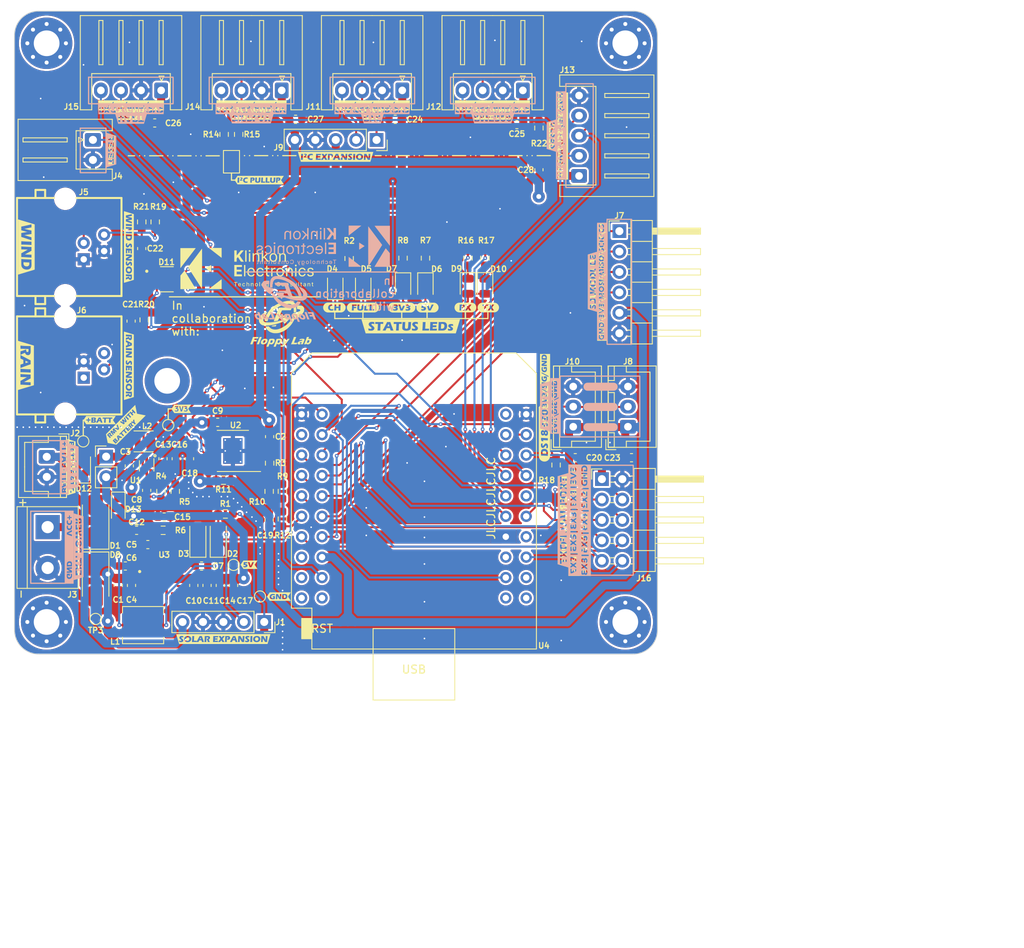
<source format=kicad_pcb>
(kicad_pcb (version 20240108) (generator "pcbnew") (generator_version "8.0")
  (title_block (title "Weather IoT") (date "2024-02-07") (rev "1.0") (company "Klinkon Electronics & Floppy Lab"))
  (layers (0 "F.Cu" signal) (31 "B.Cu" signal) (34 "B.Paste" user) (35 "F.Paste" user) (36 "B.SilkS" user "B.Silkscreen") (37 "F.SilkS" user "F.Silkscreen") (38 "B.Mask" user) (39 "F.Mask" user) (44 "Edge.Cuts" user))
  (net 0 "")
  (net 1 "VCC")
  (net 2 "GND")
  (net 3 "+5V")
  (net 4 "+BATT")
  (net 5 "Net-(U3-BST1)")
  (net 6 "Net-(U3-BST2)")
  (net 7 "+3V3")
  (net 8 "Net-(U1-FB)")
  (net 9 "Net-(C12-Pad1)")
  (net 10 "/MCU/RAIN")
  (net 11 "/MCU/WIND_SPEED")
  (net 12 "/MCU/5V_EN")
  (net 13 "/Power_circuit/CHRG_C")
  (net 14 "Net-(D4-A)")
  (net 15 "/Power_circuit/CHRG_D")
  (net 16 "Net-(D6-K)")
  (net 17 "Net-(D7-K)")
  (net 18 "Net-(D9-K)")
  (net 19 "Net-(D10-K)")
  (net 21 "/MCU/WIND_DIR")
  (net 22 "/MCU/RESET")
  (net 25 "/MCU/CS")
  (net 26 "/MCU/SCK")
  (net 27 "/MCU/MISO")
  (net 28 "/MCU/MOSI")
  (net 29 "/Sensors/DS18B20")
  (net 30 "/SDA")
  (net 31 "/SCL")
  (net 32 "Net-(J13-Pin_4)")
  (net 33 "/MCU/TX2")
  (net 34 "/MCU/RX2")
  (net 35 "/MCU/EXT_1")
  (net 36 "/MCU/EXT_2")
  (net 37 "/MCU/EXT_3")
  (net 38 "/MCU/EXT_4")
  (net 39 "/MCU/EXT_5")
  (net 40 "/MCU/EXT_6")
  (net 41 "/MCU/EXT_7")
  (net 42 "/MCU/EXT_8")
  (net 43 "Net-(JP1-A)")
  (net 44 "Net-(U1-SW)")
  (net 45 "Net-(U2-PROG)")
  (net 46 "Net-(R10-Pad1)")
  (net 64 "/Power_circuit/BB_FB")
  (net 65 "/Power_circuit/LX1")
  (net 66 "/Power_circuit/LX2")
  (net 67 "/Power_circuit/COMP")
  (net 68 "/Power_circuit/BB_EN")
  (net 69 "/Power_circuit/FV_EN")
  (net 70 "/Power_circuit/VIN_BUCK_3V3")
  (net 71 "/Power_circuit/VCC_IN")
  (net 72 "/MCU/VBAT_SENSE")
  (net 73 "Net-(D13-K)")
  (footprint "kibuzzard-65E8D7FD" (layer "F.Cu") (at 120.75 109.487)
    (property "Reference" "kibuzzard-65E8D7FD" (hide yes))
    (property "Value" "G***" (hide yes))
  )
  (footprint "Capacitor_SMD:C_0603_1608Metric" (layer "F.Cu") (at 114.287 116.578 -90)
    (property "Reference" "C3")
    (property "Value" "22u")
  )
  (footprint "LOGO" (layer "F.Cu") (at 133.384747 98.915316)
    (property "Reference" "G***" (hide yes))
    (property "Value" "LOGO" (hide yes))
  )
  (footprint "_MIA:R-RJ11R04P-A801" (layer "F.Cu") (at 106.816 89.3464 -90)
    (property "Reference" "J5")
    (property "Value" "Wind sense")
  )
  (footprint "kibuzzard-65C5FE80" (layer "F.Cu") (at 173.1264 93.726 90)
    (property "Reference" "kibuzzard-65C5FE80" (hide yes))
    (property "Value" "G***" (hide yes))
  )
  (footprint "Connector_JST:JST_XH_S5B-XH-A_1x05_P2.50mm_Horizontal" (layer "F.Cu") (at 170.246 80.5 90)
    (property "Reference" "J13")
    (property "Value" "SPS30")
  )
  (footprint "kibuzzard-65C5F9FB" (layer "F.Cu") (at 151.384 96.8836)
    (property "Reference" "kibuzzard-65C5F9FB" (hide yes))
    (property "Value" "G***" (hide yes))
  )
  (footprint "Connector_JST:JST_XH_B3B-XH-A_1x03_P2.50mm_Vertical" (layer "F.Cu") (at 176.3268 111.7092 90)
    (property "Reference" "J8")
    (property "Value" "DS18B20")
  )
  (footprint "kibuzzard-65C604B4" (layer "F.Cu") (at 169.6212 123.3424 90)
    (property "Reference" "kibuzzard-65C604B4" (hide yes))
    (property "Value" "G***" (hide yes))
  )
  (footprint "MountingHole:MountingHole_3.2mm_M3_Pad_Via" (layer "F.Cu") (at 104 136)
    (property "Reference" "H4" (hide yes))
    (property "Value" "MountingHole")
  )
  (footprint "TestPoint:TestPoint_Pad_D1.0mm" (layer "F.Cu") (at 110.096 135.628)
    (property "Reference" "TP3")
    (property "Value" "VCC_tp")
  )
  (footprint "Resistor_SMD:R_0603_1608Metric_Pad0.98x0.95mm_HandSolder" (layer "F.Cu") (at 120.002 119.753 90)
    (property "Reference" "R5")
    (property "Value" "22k")
  )
  (footprint "kibuzzard-65C6116C" (layer "F.Cu") (at 101.482 89.3464 -90)
    (property "Reference" "kibuzzard-65C6116C" (hide yes))
    (property "Value" "G***" (hide yes))
  )
  (footprint "kibuzzard-65C5FCD9" (layer "F.Cu") (at 144.526 71.7296 180)
    (property "Reference" "kibuzzard-65C5FCD9" (hide yes))
    (property "Value" "G***" (hide yes))
  )
  (footprint "Jumper:SolderJumper-2_P1.3mm_Open_Pad1.0x1.5mm" (layer "F.Cu") (at 127 78.74 -90)
    (property "Reference" "JP1" (hide yes))
    (property "Value" "Pullup_EN")
  )
  (footprint "kibuzzard-65C60A60" (layer "F.Cu") (at 110.5916 110.884)
    (property "Reference" "kibuzzard-65C60A60" (hide yes))
    (property "Value" "G***" (hide yes))
  )
  (footprint "LED_SMD:LED_0805_2012Metric" (layer "F.Cu") (at 158.5538 94.224 -90)
    (property "Reference" "D10")
    (property "Value" "TX")
  )
  (footprint "kibuzzard-65C60C38" (layer "F.Cu") (at 130.4544 81.026)
    (property "Reference" "kibuzzard-65C60C38" (hide yes))
    (property "Value" "G***" (hide yes))
  )
  (footprint "Connector_JST:JST_XH_B2B-XH-A_1x02_P2.50mm_Vertical" (layer "F.Cu") (at 104.017 115.455 -90)
    (property "Reference" "J2")
    (property "Value" "1S Battery 1")
  )
  (footprint "_My_ic:MAX25239AFFA_VY+" (layer "F.Cu") (at 118.625 130.802)
    (property "Reference" "U3")
    (property "Value" "MAX25239AFFA_VY+")
  )
  (footprint "kibuzzard-65C5FCBA" (layer "F.Cu") (at 129.4892 71.7296 180)
    (property "Reference" "kibuzzard-65C5FCBA" (hide yes))
    (property "Value" "G***" (hide yes))
  )
  (footprint "kibuzzard-65C5FA29" (layer "F.Cu") (at 156.1084 96.8756)
    (property "Reference" "kibuzzard-65C5FA29" (hide yes))
    (property "Value" "G***" (hide yes))
  )
  (footprint "Resistor_SMD:R_0603_1608Metric_Pad0.98x0.95mm_HandSolder" (layer "F.Cu") (at 167.386 116.4745 90)
    (property "Reference" "R18")
    (property "Value" "4.7k")
  )
  (footprint "kibuzzard-65C5FCF3" (layer "F.Cu") (at 159.4104 72.898 180)
    (property "Reference" "kibuzzard-65C5FCF3" (hide yes))
    (property "Value" "G***" (hide yes))
  )
  (footprint "kibuzzard-65C604F6" (layer "F.Cu") (at 111.9768 77.2596 -90)
    (property "Reference" "kibuzzard-65C604F6" (hide yes))
    (property "Value" "G***" (hide yes))
  )
  (footprint "kibuzzard-65C5FDCF" (layer "F.Cu") (at 168.2496 75.5396 90)
    (property "Reference" "kibuzzard-65C5FDCF" (hide yes))
    (property "Value" "G***" (hide yes))
  )
  (footprint "Diode_SMD:D_SMA" (layer "F.Cu") (at 110.096 123.436 90)
    (property "Reference" "D1")
    (property "Value" "SS34")
  )
  (footprint "Capacitor_SMD:C_0603_1608Metric" (layer "F.Cu") (at 125.61 131.453 -90)
    (property "Reference" "C14")
    (property "Value" "22u")
  )
  (footprint "kibuzzard-65C5F840" (layer "F.Cu") (at 139.8016 96.8756)
    (property "Reference" "kibuzzard-65C5F840" (hide yes))
    (property "Value" "G***" (hide yes))
  )
  (footprint "Resistor_SMD:R_0603_1608Metric_Pad0.98x0.95mm_HandSolder" (layer "F.Cu") (at 165.2524 74.541 -90)
    (property "Reference" "R22")
    (property "Value" "10k")
  )
  (footprint "Resistor_SMD:R_0603_1608Metric_Pad0.98x0.95mm_HandSolder" (layer "F.Cu") (at 126.0856 75.3364 90)
    (property "Reference" "R14")
    (property "Value" "1k")
  )
  (footprint "kibuzzard-65C5FDF5" (layer "F.Cu") (at 171.958 93.6752 90)
    (property "Reference" "kibuzzard-65C5FDF5" (hide yes))
    (property "Value" "G***" (hide yes))
  )
  (footprint "kibuzzard-65C608BF" (layer "F.Cu") (at 125.984 138.1252)
    (property "Reference" "kibuzzard-65C608BF" (hide yes))
    (property "Value" "G***" (hide yes))
  )
  (footprint "kibuzzard-65C60828" (layer "F.Cu") (at 107.0864 116.7384 -90)
    (property "Reference" "kibuzzard-65C60828" (hide yes))
    (property "Value" "G***" (hide yes))
  )
  (footprint "Capacitor_SMD:C_0603_1608Metric" (layer "F.Cu") (at 162.5092 74.1172 180)
    (property "Reference" "C25")
    (property "Value" "100n")
  )
  (footprint "kibuzzard-65C61177" (layer "F.Cu") (at 101.3804 104.0784 -90)
    (property "Reference" "kibuzzard-65C61177" (hide yes))
    (property "Value" "G***" (hide yes))
  )
  (footprint "Resistor_SMD:R_0603_1608Metric_Pad0.98x0.95mm_HandSolder" (layer "F.Cu") (at 127.896 75.3364 90)
    (property "Reference" "R15")
    (property "Value" "1k")
  )
  (footprint "Capacitor_SMD:C_0603_1608Metric" (layer "F.Cu") (at 118.478 115.689 -90)
    (property "Reference" "C13")
    (property "Value" "10u")
  )
  (footprint "LED_SMD:LED_0805_2012Metric" (layer "F.Cu") (at 143.39 94.2143 90)
    (property "Reference" "D5")
    (property "Value" "USB-DONE")
  )
  (footprint "Connector_JST:JST_XH_S4B-XH-A_1x04_P2.50mm_Horizontal" (layer "F.Cu") (at 118.25 69.863 180)
    (property "Reference" "J15")
    (property "Value" "EXT_UART2")
  )
  (footprint "Resistor_SMD:R_0603_1608Metric_Pad0.98x0.95mm_HandSolder" (layer "F.Cu") (at 133.337 123.182 -90)
    (property "Reference" "R12")
    (property "Value" "1k")
  )
  (footprint "Inductor_SMD:L_Taiyo-Yuden_NR-24xx" (layer "F.Cu") (at 116.065 113.53)
    (property "Reference" "L2")
    (property "Value" "1uH")
  )
  (footprint "Package_TO_SOT_SMD:SOT-563" (layer "F.Cu") (at 116.446 116.578 -90)
    (property "Reference" "U1")
    (property "Value" "TPS62A01A")
  )
  (footprint "MountingHole:MountingHole_3.2mm_M3_Pad_Via" (layer "F.Cu") (at 176 64)
    (property "Reference" "H2" (hide yes))
    (property "Value" "MountingHole")
  )
  (footprint "Capacitor_SMD:C_0603_1608Metric" (layer "F.Cu") (at 147.3708 73.4568 180)
    (property "Reference" "C24")
    (property "Value" "100n")
  )
  (footprint "kibuzzard-65C5F84F" (layer "F.Cu") (at 143.3576 96.8836)
    (property "Reference" "kibuzzard-65C5F84F" (hide yes))
    (property "Value" "G***" (hide yes))
  )
  (footprint "Capacitor_SMD:C_0603_1608Metric" (layer "F.Cu") (at 176.771 115.562)
    (property "Reference" "C23")
    (property "Value" "100n")
  )
  (footprint "Connector_PinHeader_2.54mm:PinHeader_2x05_P2.54mm_Horizontal" (layer "F.Cu") (at 173.088 118.229)
    (property "Reference" "J16")
    (property "Value" "EXPANSION_PORT")
  )
  (footprint "kibuzzard-65C60D73" (layer "F.Cu") (at 129.1844 128.8796)
    (property "Reference" "kibuzzard-65C60D73" (hide yes))
    (property "Value" "G***" (hide yes))
  )
  (footprint "Inductor_SMD:L_Chilisin_BMRA00040420" (layer "F.Cu") (at 116 136.39)
    (property "Reference" "L1")
    (property "Value" "2.2u")
  )
  (footprint "Resistor_SMD:R_0603_1608Metric_Pad0.98x0.95mm_HandSolder" (layer "F.Cu") (at 131.747 116.244 -90)
    (property "Reference" "R3")
    (property "Value" "1k")
  )
  (footprint "Capacitor_SMD:C_0603_1608Metric" (layer "F.Cu") (at 120.129 115.689 -90)
    (property "Reference" "C16")
    (property "Value" "10u")
  )
  (footprint "Capacitor_SMD:C_0603_1608Metric" (layer "F.Cu") (at 165.2524 79.735 90)
    (property "Reference" "C28")
    (property "Value" "100n")
  )
  (footprint "Connector_JST:JST_XH_S2B-XH-A_1x02_P2.50mm_Horizontal" (layer "F.Cu") (at 109.7604 76.0168 -90)
    (property "Reference" "J4")
    (property "Value" "RESET")
  )
  (footprint "Resistor_SMD:R_0603_1608Metric_Pad0.98x0.95mm_HandSolder" (layer "F.Cu") (at 118.498 124.595 180)
    (property "Reference" "R6")
    (property "Value" "30k")
  )
  (footprint "Connector_JST:JST_XH_B3B-XH-A_1x03_P2.50mm_Vertical" (layer "F.Cu") (at 169.5196 111.7092 90)
    (property "Reference" "J10")
    (property "Value" "DS18B20")
  )
  (footprint "Capacitor_SMD:C_0603_1608Metric" (layer "F.Cu") (at 115.196 124.595 180)
    (property "Reference" "C12")
    (property "Value" "22n")
  )
  (footprint "LED_SMD:LED_0805_2012Metric" (layer "F.Cu") (at 156.4168 94.224 -90)
    (property "Reference" "D9")
    (property "Value" "RX")
  )
  (footprint "Connector_JST:JST_XH_S4B-XH-A_1x04_P2.50mm_Horizontal" (layer "F.Cu") (at 133.25 69.863 180)
    (property "Reference" "J14")
    (property "Value" "Display")
  )
  (footprint "Capacitor_SMD:C_0603_1608Metric" (layer "F.Cu") (at 169.773 115.562)
    (property "Reference" "C20")
    (property "Value" "100n")
  )
  (footprint "Resistor_SMD:R_0603_1608Metric_Pad0.98x0.95mm_HandSolder" (layer "F.Cu") (at 148.343 90.7345 -90)
    (property "Reference" "R8")
    (property "Value" "1k")
  )
  (footprint "Package_SO:HTSOP-8-1EP_3.9x4.9mm_P1.27mm_EP2.4x3.2mm_ThermalVias" (layer "F.Cu") (at 127.175 114.72 180)
    (property "Reference" "U2")
    (property "Value" "TP4056")
  )
  (footprint "Resistor_SMD:R_0603_1608Metric_Pad0.98x0.95mm_HandSolder" (layer "F.Cu") (at 117.5094 86.2241 90)
    (property "Reference" "R19")
    (property "Value" "10k")
  )
  (footprint "Diode_SMD:D_SMA" (layer "F.Cu") (at 110.096 130.802 -90)
    (property "Reference" "D8")
    (property "Value" "SS34")
  )
  (footprint "kibuzzard-65C5FC57" (layer "F.Cu") (at 129.4384 72.898 180)
    (property "Reference" "kibuzzard-65C5FC57" (hide yes))
    (property "Value" "G***" (hide yes))
  )
  (footprint "kibuzzard-65C5FF49" (layer "F.Cu") (at 165.939043 112.66589 90)
    (property "Reference" "kibuzzard-65C5FF49" (hide yes))
    (property "Value" "G***" (hide yes))
  )
  (footprint "kibuzzard-65C5FCAF" (layer "F.Cu") (at 114.5032 71.7296 180)
    (property "Reference" "kibuzzard-65C5FCAF" (hide yes))
    (property "Value" "G***" (hide yes))
  )
  (footprint "kibuzzard-65C60D2D" (layer "F.Cu") (at 149.3012 99.2124)
    (property "Reference" "kibuzzard-65C60D2D" (hide yes))
    (property "Value" "G***" (hide yes))
  )
  (footprint "Capacitor_SMD:C_0603_1608Metric" (layer "F.Cu") (at 125.283 111.164)
    (property "Reference" "C9")
    (property "Value" "10u")
  )
  (footprint "TestPoint:TestPoint_Pad_D1.0mm" (layer "F.Cu") (at 119.133 111.514)
    (property "Reference" "TP2" (hide yes))
    (property "Value" "3V3_tp")
  )
  (footprint "kibuzzard-65C6048B" (layer "F.Cu") (at 170.9928 123.3424 90)
    (property "Reference" "kibuzzard-65C6048B" (hide yes))
    (property "Value" "G***" (hide yes))
  )
  (footprint "Capacitor_SMD:C_0603_1608Metric" (layer "F.Cu") (at 131.686 123.309 90)
    (property "Reference" "C19")
    (property "Value" "10u")
  )
  (footprint "Connector_PinHeader_2.54mm:PinHeader_1x06_P2.54mm_Horizontal" (layer "F.Cu") (at 175.26 87.376)
    (property "Reference" "J7")
    (property "Value" "SD_module")
  )
  (footprint "TestPoint:TestPoint_Pad_D1.0mm" (layer "F.Cu") (at 108.5596 113.53)
    (property "Reference" "TP5" (hide yes))
    (property "Value" "VBATT_tp")
  )
  (footprint "kibuzzard-65C5FA31" (layer "F.Cu") (at 158.9532 96.8756)
    (property "Reference" "kibuzzard-65C5FA31" (hide yes))
    (property "Value" "G***" (hide yes))
  )
  (footprint "Capacitor_SMD:C_0603_1608Metric" (layer "F.Cu") (at 122.308 131.453 -90)
    (property "Reference" "C10")
    (property "Value" "22u")
  )
  (footprint "Capacitor_SMD:C_0603_1608Metric" (layer "F.Cu") (at 123.959 131.453 -90)
    (property "Reference" "C11")
    (property "Value" "22u")
  )
  (footprint "Capacitor_SMD:C_0603_1608Metric" (layer "F.Cu") (at 117.449 73.914 180)
    (property "Reference" "C26")
    (property "Value" "100n")
  )
  (footprint "Capacitor_SMD:C_0603_1608Metric" (layer "F.Cu") (at 116.446 119.626 90)
    (property "Reference" "C8")
    (property "Value" "120p")
  )
  (footprint "_My_boards:ESP32_mini" (layer "F.Cu") (at 149.7 121.585)
    (property "Reference" "U4")
    (property "Value" "Wemos_esp32_mini")
  )
  (footprint "kibuzzard-65C60D82" (layer "F.Cu") (at 132.8928 132.842)
    (property "Reference" "kibuzzard-65C60D82" (hide yes))
    (property "Value" "G***" (hide yes))
  )
  (footprint "Capacitor_SMD:C_0603_1608Metric" (layer "F.Cu") (at 114.561 131.453 -90)
    (property "Reference" "C4")
    (property "Value" "4.7u")
  )
  (footprint "Capacitor_SMD:C_0603_1608Metric" (layer "F.Cu") (at 116.593 126.373 180)
    (property "Reference" "C5")
    (property "Value" "4.7u")
  )
  (footprint "Resistor_SMD:R_0603_1608Metric_Pad0.98x0.95mm_HandSolder" (layer "F.Cu") (at 151.137 90.7345 -90)
    (property "Reference" "R7")
    (property "Value" "1k")
  )
  (footprint "Resistor_SMD:R_0603_1608Metric_Pad0.98x0.95mm_HandSolder" (layer "F.Cu") (at 133.337 119.753 -90)
    (property "Reference" "R9")
    (property "Value" "1M")
  )
  (footprint "_My_ic:DT1042-04SO-7" (layer "F.Cu") (at 118.9603 93.38287)
    (property "Reference" "D11")
    (property "Value" "DT1042-04SO-7")
  )
  (footprint "MountingHole:MountingHole_3.2mm_M3_DIN965_Pad" (layer "F.Cu") (at 119 106)
    (property "Reference" "H5" (hide yes))
    (property "Value" "PV mount")
  )
  (footprint "kibuzzard-65C609AB" (layer "F.Cu") (at 168.3004 123.3424 90)
    (property "Reference" "kibuzzard-65C609AB" (hide yes))
    (property "Value" "G***" (hide yes))
  )
  (footprint "kibuzzard-65C6062C" (layer "F.Cu") (at 114.2328 104.1292 -90)
    (property "Reference" "kibuzzard-65C6062C" (hide yes))
    (property "Value" "G***" (hide yes))
  )
  (footprint "Resistor_SMD:R_0603_1608Metric_Pad0.98x0.95mm_HandSolder" (layer "F.Cu") (at 141.6374 90.7779 90)
    (property "Reference" "R2")
    (property "Value" "1k")
  )
  (footprint "Resistor_SMD:R_0603_1608Metric_Pad0.98x0.95mm_HandSolder" (layer "F.Cu") (at 126.245 122.563)
    (property "Reference" "R1")
    (property "Value" "100k")
  )
  (footprint "Capacitor_SMD:C_0603_1608Metric" (layer "F.Cu") (at 118.625 122.944 180)
    (property "Reference" "C15")
    (property "Value" "100p")
  )
  (footprint "Connector_JST:JST_XH_S4B-XH-A_1x04_P2.50mm_Horizontal" (layer "F.Cu") (at 163.25 69.863 180)
    (property "Reference" "J12")
    (property "Value" "BME280")
  )
  (footprint "kibuzzard-65C5F9F0" (layer "F.Cu") (at 148.1836 96.8836)
    (property "Reference" "kibuzzard-65C5F9F0" (hide yes))
    (property "Value" "G***" (hide yes))
  )
  (footprint "kibuzzard-65C5FF79" (layer "F.Cu") (at 166.0144 106.1212 90)
    (property "Reference" "kibuzzard-65C5FF79" (hide yes))
    (property "Value" "G***" (hide yes))
  )
  (footprint "kibuzzard-65C5FCD1" (layer "F.Cu") (at 144.4752 72.898 180)
    (property "Reference" "kibuzzard-65C5FCD1" (hide yes))
    (property "Value" "G***" (hide yes))
  )
  (footprint "Diode_SMD:D_SOD-123F" (layer "F.Cu") (at 122.816 125.738 90)
    (property "Reference" "D3")
    (property "Value" "SM4007PL")
  )
  (footprint "MountingHole:MountingHole_3.2mm_M3_Pad_Via" (layer "F.Cu") (at 176 136)
    (property "Reference" "H3" (hide yes))
    (property "Value" "MountingHole")
  )
  (footprint "Capacitor_SMD:C_0603_1608Metric" (layer "F.Cu") (at 114.5122 98.5666 -90)
    (property "Reference" "C21")
    (property "Value" "1uF")
  )
  (footprint "MountingHole:MountingHole_3.2mm_M3_Pad_Via" (layer "F.Cu") (at 104 64)
    (property "Reference" "H1" (hide yes))
    (property "Value" "MountingHole")
  )
  (footprint "kibuzzard-65C60624" (layer "F.Cu") (at 114.2328 89.3464 -90)
    (property "Reference" "kibuzzard-65C60624" (hide yes))
    (property "Value" "G***" (hide yes))
  )
  (footprint "Capacitor_SMD:C_0603_1608Metric" (layer "F.Cu") (at 134.9756 73.4568)
    (property "Reference" "C27")
    (property "Value" "100n")
  )
  (footprint "LOGO" (layer "F.Cu") (at 129.029006 92.06423)
    (property "Reference" "G***" (hide yes))
    (property "Value" "LOGO" (hide yes))
  )
  (footprint "Resistor_SMD:R_0603_1608Metric_Pad0.98x0.95mm_HandSolder" (layer "F.Cu") (at 131.686 119.753 90)
    (property "Reference" "R10")
    (property "Value" "1M")
  )
  (footprint "kibuzzard-65C60B28" (layer "F.Cu") (at 113.6396 111.687 45)
    (property "Reference" "kibuzzard-65C60B28" (hide yes))
    (property "Value" "G***" (hide yes))
  )
  (footprint "Capacitor_SMD:C_0603_1608Metric" (layer "F.Cu") (at 127.261 131.453 -90)
    (property "Reference" "C17")
    (property "Value" "22u")
  )
  (footprint "Capacitor_SMD:C_0603_1608Metric" (layer "F.Cu") (at 121.78 115.689 -90)
    (property "Reference" "C18")
    (property "Value" "10u")
  )
  (footprint "Capacitor_SMD:C_0603_1608Metric" (layer "F.Cu") (at 115.833 89.5431 90)
    (property "Reference" "C22")
    (property "Value" "1uF")
  )
  (footprint "Resistor_SMD:R_0603_1608Metric_Pad0.98x0.95mm_HandSolder" (layer "F.Cu") (at 126.008 118.357)
    (property "Reference" "R11")
    (property "Value" "33k")
  )
  (footprint "Connector_JST:JST_XH_S4B-XH-A_1x04_P2.50mm_Horizontal" (layer "F.Cu") (at 148.25 69.863 180)
    (property "Reference" "J11")
    (property "Value" "RTC")
  )
  (footprint "kibuzzard-65C5FAB1" (layer "F.Cu") (at 114.5032 72.9488 180)
    (property "Reference" "kibuzzard-65C5FAB1" (hide yes))
    (property "Value" "G***" (hide yes))
  )
  (footprint "Capacitor_SMD:C_0603_1608Metric" (layer "F.Cu") (at 112.91 131.453 -90)
    (property "Reference" "C1")
    (property "Value" "4.7u")
  )
  (footprint "LED_SMD:LED_0805_2012Metric" (layer "F.Cu") (at 148.343 94.242 -90)
    (property "Reference" "D7")
    (property "Value" "PWR_3V3")
  )
  (footprint "Capacitor_SMD:C_0603_1608Metric" (layer "F.Cu") (at 131.747 112.942 -90)
    (property "Reference" "C2")
    (property "Value" "10u")
  )
  (footprint "LED_SMD:LED_0805_2012Metric" (layer "F.Cu") (at 139.9102 94.2143 90)
    (property "Reference" "D4")
    (property "Value" "USB-CHRG")
  )
  (footprint "Capacitor_SMD:C_0603_1608Metric" (layer "F.Cu") (at 113.799 129.04)
    (property "Reference" "C6")
    (property "Value" "100n")
  )
  (footprint "kibuzzard-65C5FCD9" (layer "F.Cu") (at 159.4612 71.7296 180)
    (property "Reference" "kibuzzard-65C5FCD9" (hide yes))
    (property "Value" "G***" (hide yes))
  )
  (footprint "Diode_SMD:D_SOD-323_HandSoldering" (layer "F.Cu") (at 108.6104 116.705 90)
    (property "Reference" "D12")
    (property "Value" "CUS10S30")
  )
  (footprint "kibuzzard-65C5FD65" (layer "F.Cu") (at 167.0812 75.4888 90)
    (property "Reference" "kibuzzard-65C5FD65" (hide yes))
    (property "Value" "G***" (hide yes))
  )
  (footprint "TestPoint:TestPoint_Pad_D1.0mm" (layer "F.Cu") (at 127.2664 128.897)
    (property "Reference" "TP1" (hide yes))
    (property "Value" "5V_tp")
  )
  (footprint "Resistor_SMD:R_0603_1608Metric_Pad0.98x0.95mm_HandSolder" (layer "F.Cu") (at 156.4168 90.7345 -90)
    (property "Reference" "R16")
    (property "Value" "1k")
  )
  (footprint "LED_SMD:LED_0805_2012Metric" (layer "F.Cu") (at 151.129 94.242 -90)
    (property "Reference" "D6")
    (property "Value" "PWR_5V")
  )
  (footprint "Connector_PinSocket_2.54mm:PinSocket_1x05_P2.54mm_Vertical" (layer "F.Cu") (at 131.075 136 -90)
    (property "Reference" "J1")
    (property "Value" "PV BOARD")
  )
  (footprint "Connector_PinHeader_2.54mm:PinHeader_1x02_P2.54mm_Vertical" (layer "F.Cu") (at 111.4044 115.43)
    (property "Reference" "JP2" (hide yes))
    (property "Value" "no_BATT")
  )
  (footprint "kibuzzard-65C60923" (layer "F.Cu") (at 139.954 78.1304)
    (property "Reference" "kibuzzard-65C60923" (hide yes))
    (property "Value" "G***" (hide yes))
  )
  (footprint "Diode_SMD:D_SOD-323_HandSoldering" (layer "F.Cu") (at 112.916 121.851 -90)
    (property "Reference" "D13")
    (property "Value" "CUS10S30")
  )
  (footprint "_MIA:R-RJ11R04P-A801" (layer "F.Cu") (at 106.816 104.0784 -90)
    (property "Reference" "J6")
    (property "Value" "Rain sense")
  )
  (footprint "TestPoint:TestPoint_Pad_D1.0mm" (layer "F.Cu") (at 130.543 132.834)
    (property "Reference" "TP4" (hide yes))
    (property "Value" "GND_tp")
  )
  (footprint "Resistor_SMD:R_0603_1608Metric_Pad0.98x0.95mm_HandSolder" (layer "F.Cu") (at 115.833 86.2241 -90)
    (property "Reference" "R21")
    (property "Value" "1k")
  )
  (footprint "TerminalBlock:TerminalBlock_bornier-2_P5.08mm" (layer "F.Cu") (at 104.127 124.198 -90)
    (property "Reference" "J3")
    (property "Value" "Vin5-24V/12VFV")
  )
  (footprint "Resistor_SMD:R_0603_1608Metric_Pad0.98x0.95mm_HandSolder" (layer "F.Cu") (at 116.1378 98.4102 90)
    (property "Reference" "R20")
    (property "Value" "1k")
  )
  (footprint "Capacitor_SMD:C_0603_1608Metric" (layer "F.Cu") (at 123.2816 129.04 180)
    (property "Reference" "C7")
    (property "Value" "100n")
  )
  (footprint "Connector_PinSocket_2.54mm:PinSocket_1x05_P2.54mm_Vertical" (layer "F.Cu") (at 145.05 76.025 -90)
    (property "Reference" "J9")
    (property "Value" "to Expansion Board")
  )
  (footprint "Diode_SMD:D_SOD-123F" (layer "F.Cu") (at 125.356 125.738 90)
    (property "Reference" "D2")
    (property "Value" "SM4007PL")
  )
  (footprint "Resistor_SMD:R_0603_1608Metric_Pad0.98x0.95mm_HandSolder" (layer "F.Cu") (at 118.224 119.753 90)
    (property "Reference" "R4")
    (property "Value" "100k")
  )
  (footprint "Resistor_SMD:R_0603_1608Metric_Pad0.98x0.95mm_HandSolder" (layer "F.Cu") (at 158.5318 90.7345 -90)
    (property "Reference" "R17")
    (property "Value" "1k")
  )
  (footprint "kibuzzard-65C64592" (layer "B.Cu") (at 107.974972 126.639405 90)
    (property "Reference" "kibuzzard-65C64592" (hide yes))
    (property "Value" "G***" (hide yes))
  )
  (footprint "kibuzzard-65C5FAB1" (layer "B.Cu") (at 114.5032 73.406)
    (property "Reference" "kibuzzard-65C5FAB1" (hide yes))
    (property "Value" "G***" (hide yes))
  )
  (footprint "kibuzzard-65C5FD65" (layer "B.Cu") (at 166.8272 75.4888 -90)
    (property "Reference" "kibuzzard-65C5FD65" (hide yes))
    (property "Value" "G***" (hide yes))
  )
  (footprint "kibuzzard-65C644F8" (layer "B.Cu") (at 106.2228 116.7384 90)
    (property "Reference" "kibuzzard-65C644F8" (hide yes))
    (property "Value" "G***" (hide yes))
  )
  (footprint "kibuzzard-65C64477" (layer "B.Cu") (at 166.0144 109.1692 -90)
    (property "Reference" "kibuzzard-65C64477" (hide yes))
    (property "Value" "G***" (hide yes))
  )
  (footprint "kibuzzard-65C643FF" (layer "B.Cu") (at 159.4604 72.1868)
    (property "Reference" "kibuzzard-65C643FF" (hide yes))
    (property "Value" "G***" (hide yes))
  )
  (footprint "kibuzzard-65C644A3" (layer "B.Cu") (at 170.9928 123.3424 -90)
    (property "Reference" "kibuzzard-65C644A3" (hide yes))
    (property "Value" "G***" (hide yes))
  )
  (footprint "kibuzzard-65C643D1" (layer "B.Cu") (at 114.5032 72.1868)
    (property "Reference" "kibuzzard-65C643D1" (hide yes))
    (property "Value" "G***" (hide yes))
  )
  (footprint "kibuzzard-65C648A6" (layer "B.Cu") (at 169.6212 123.3424 -90)
    (property "Reference" "kibuzzard-65C648A6" (hide yes))
    (property "Value" "G***" (hide yes))
  )
  (footprint "kibuzzard-65C5FDF5" (layer "B.Cu") (at 171.958 93.6752 -90)
    (property "Reference" "kibuzzard-65C5FDF5" (hide yes))
    (property "Value" "G***" (hide yes))
  )
  (footprint "LOGO" (layer "B.Cu") (at 133.467653 95.82174 180)
    (property "Reference" "G***" (hide yes))
    (property "Value" "LOGO" (hide yes))
  )
  (footprint "kibuzzard-65C64545" (layer "B.Cu") (at 107.365372 116.682605 90)
    (property "Reference" "kibuzzard-65C64545" (hide yes))
    (property "Value" "G***" (hide yes))
  )
  (footprint "kibuzzard-65C643E1" (layer "B.Cu") (at 129.421734 72.1868)
    (property "Reference" "kibuzzard-65C643E1" (hide yes))
    (property "Value" "G***" (hide yes))
  )
  (footprint "kibuzzard-65C5FCD1" (layer "B.Cu") (at 144.526 73.3552)
    (property "Reference" "kibuzzard-65C5FCD1" (hide yes))
    (property "Value" "G***" (hide yes))
  )
  (footprint "kibuzzard-65C643FB" (layer "B.Cu") (at 144.4752 72.1868)
    (property "Reference" "kibuzzard-65C643FB" (hide yes))
    (property "Value" "G***" (hide yes))
  )
  (footprint "kibuzzard-65C645B8" (layer "B.Cu") (at 106.8324 126.6952 90)
    (property "Reference" "kibuzzard-65C645B8" (hide yes))
    (property "Value" "G***" (hide yes))
  )
  (footprint "LOGO" (layer "B.Cu") (at 138.324431 89.285761 180)
    (property "Reference" "G***" (hide yes))
    (property "Value" "LOGO" (hide yes))
  )
  (footprint "kibuzzard-65C6444D" (layer "B.Cu") (at 167.2844 109.1184 -90)
    (property "Reference" "kibuzzard-65C6444D" (hide yes))
    (property "Value" "G***" (hide yes))
  )
  (footprint "kibuzzard-65C5FC57" (layer "B.Cu") (at 129.472534 73.3552)
    (property "Reference" "kibuzzard-65C5FC57" (hide yes))
    (property "Value" "G***" (hide yes))
  )
  (footprint "kibuzzard-65C5FCF3" (layer "B.Cu") (at 159.5112 73.3552)
    (property "Reference" "kibuzzard-65C5FCF3" (hide yes))
    (property "Value" "G***" (hide yes))
  )
  (footprint "kibuzzard-65C609AB" (layer "B.Cu") (at 168.3004 123.3424 -90)
    (property "Reference" "kibuzzard-65C609AB" (hide yes))
    (property "Value" "G***" (hide yes))
  )
  (footprint "kibuzzard-65C6441A" (layer "B.Cu") (at 167.9956 75.438 -90)
    (property "Reference" "kibuzzard-65C6441A" (hide yes))
    (property "Value" "G***" (hide yes))
  )
  (footprint "kibuzzard-65C64431" (layer "B.Cu") (at 173.1264 93.6244 -90)
    (property "Reference" "kibuzzard-65C64431" (hide yes))
    (property "Value" "G***" (hide yes))
  )
  (footprint "kibuzzard-65C604F6" (layer "B.Cu") (at 112.0484 77.3068 90)
    (property "Reference" "kibuzzard-65C604F6" (hide yes))
    (property "Value" "G***" (hide yes))
  )
  (gr_rect (start 108.1876 74.5636) (end 111.388 80.1008) (stroke (width 0.15)) (fill none) (layer "B.SilkS"))
  (gr_line (start 128.8288 92.456) (end 147.574 92.456) (stroke (width 0.15)) (layer "B.SilkS"))
  (gr_rect (start 102.022549 122.2248) (end 106.3244 131.183558) (stroke (width 0.15)) (fill none) (layer "B.SilkS"))
  (gr_rect (start 167.894 105.41) (end 177.8 112.9792) (stroke (width 0.15)) (fill none) (layer "B.SilkS"))
  (gr_line (start 171.2976 111.76) (end 174.5488 111.76) (stroke (width 1)) (layer "B.SilkS"))
  (gr_line (start 171.2976 109.2454) (end 174.5488 109.2454) (stroke (width 1)) (layer "B.SilkS"))
  (gr_rect (start 102.259676 113.4364) (end 105.7148 120.052538) (stroke (width 0.15)) (fill none) (layer "B.SilkS"))
  (gr_rect (start 139.2682 68.2244) (end 149.7838 71.5264) (stroke (width 0.15)) (fill none) (layer "B.SilkS"))
  (gr_rect (start 168.6052 69.0372) (end 172.0088 81.9404) (stroke (width 0.15)) (fill none) (layer "B.SilkS"))
  (gr_line (start 171.2976 106.7308) (end 174.5488 106.7308) (stroke (width 1)) (layer "B.SilkS"))
  (gr_rect (start 154.2542 68.2244) (end 164.7698 71.5264) (stroke (width 0.15)) (fill none) (layer "B.SilkS"))
  (gr_rect (start 109.22 68.2244) (end 119.7356 71.5264) (stroke (width 0.15)) (fill none) (layer "B.SilkS"))
  (gr_rect (start 124.2314 68.2244) (end 134.747 71.5264) (stroke (width 0.15)) (fill none) (layer "B.SilkS"))
  (gr_rect (start 171.6024 116.503343) (end 176.9872 130.179217) (stroke (width 0.15)) (fill none) (layer "B.SilkS"))
  (gr_rect (start 173.736 85.9028) (end 176.784 101.4476) (stroke (width 0.15)) (fill none) (layer "B.SilkS"))
  (gr_line (start 139.8524 97.4852) (end 139.8524 98.2472) (stroke (width 0.15)) (layer "F.SilkS"))
  (gr_line (start 119.132193 109.487) (end 119.133 110.814) (stroke (width 0.15)) (layer "F.SilkS"))
  (gr_line (start 166.6748 77.978) (end 144.8816 77.978) (stroke (width 0.15) (type dash_dot_dot)) (layer "F.SilkS"))
  (gr_line (start 151.3332 97.4852) (end 151.3332 98.1964) (stroke (width 0.15)) (layer "F.SilkS"))
  (gr_line (start 156.1084 97.4852) (end 156.1084 98.2472) (stroke (width 0.15)) (layer "F.SilkS"))
  (gr_line (start 108.5596 110.884) (end 108.5596 112.83) (stroke (width 0.15)) (layer "F.SilkS"))
  (gr_line (start 158.9024 98.2472) (end 158.9024 97.4852) (stroke (width 0.15)) (layer "F.SilkS"))
  (gr_line (start 165.3032 109.3216) (end 165.477813 109.081962) (stroke (width 0.15)) (layer "F.SilkS"))
  (gr_line (start 143.3576 97.4852) (end 143.3576 98.2472) (stroke (width 0.15)) (layer "F.SilkS"))
  (gr_line (start 135.0264 77.978) (end 128.524 77.978) (stroke (width 0.15) (type dash_dot_dot)) (layer "F.SilkS"))
  (gr_line (start 119.2784 95.549576) (end 138.0236 95.549576) (stroke (width 0.15)) (layer "F.SilkS"))
  (gr_line (start 139.8524 98.2472) (end 158.9024 98.2472) (stroke (width 0.15)) (layer "F.SilkS"))
  (gr_line (start 127 81.026) (end 127.4572 81.026) (stroke (width 0.15)) (layer "F.SilkS"))
  (gr_line (start 119.132193 109.487) (end 119.582592 109.487) (stroke (width 0.15)) (layer "F.SilkS"))
  (gr_circle (center 117.482 115.324) (end 117.609 115.324) (stroke (width 0.15)) (fill none) (layer "F.SilkS"))
  (gr_line (start 125.483 78) (end 114.16 77.994579) (stroke (width 0.15) (type dash_dot_dot)) (layer "F.SilkS"))
  (gr_line (start 148.1836 97.4852) (end 148.1836 98.2472) (stroke (width 0.15)) (layer "F.SilkS"))
  (gr_line (start 127 80.14) (end 127 81.026) (stroke (width 0.15)) (layer "F.SilkS"))
  (gr_arc (start 100 63) (mid 100.87868 60.87868) (end 103 60) (stroke (width 0.1)) (layer "Edge.Cuts"))
  (gr_line (start 100 63) (end 100 137) (stroke (width 0.1)) (layer "Edge.Cuts"))
  (gr_line (start 103 140) (end 177 140) (stroke (width 0.1)) (layer "Edge.Cuts"))
  (gr_line (start 177 60) (end 103 60) (stroke (width 0.1)) (layer "Edge.Cuts"))
  (gr_arc (start 103 140) (mid 100.87868 139.12132) (end 100 137) (stroke (width 0.1)) (layer "Edge.Cuts"))
  (gr_arc (start 180 137) (mid 179.12132 139.12132) (end 177 140) (stroke (width 0.1)) (layer "Edge.Cuts"))
  (gr_arc (start 177 60) (mid 179.12132 60.87868) (end 180 63) (stroke (width 0.1)) (layer "Edge.Cuts"))
  (gr_line (start 180 137) (end 180 63) (stroke (width 0.1)) (layer "Edge.Cuts"))
  (gr_text "In\ncollaboration\nwith:" (at 147.38906 97.347023 0) (layer "B.SilkS") (effects (font (size 1 1)) (justify left bottom mirror)))
  (gr_text "+" (at 100.317 121.658 0) (layer "F.SilkS") (effects (font (size 1 1)) (justify left bottom)))
  (gr_text "In\ncollaboration\nwith:" (at 119.46334 100.440599 0) (layer "F.SilkS") (effects (font (size 1 1)) (justify left bottom)))
  (gr_text "-" (at 100.317 131.818 -90) (layer "F.SilkS") (effects (font (size 1 1)) (justify left bottom)))
  (gr_text "JLCJLCJLCJLC" (at 159.88 125.84 90) (layer "F.SilkS") (effects (font (size 1 1)) (justify left bottom)))
  (segment (start 110.096 125.436) (end 110.096 128.802) (width 1) (layer "F.Cu") (net 1))
  (segment (start 129.908 138.803) (end 131.075 137.636) (width 1) (layer "F.Cu") (net 1))
  (segment (start 111.62 135.882) (end 111.62 137.406) (width 1) (layer "F.Cu") (net 1))
  (segment (start 111.62 137.406) (end 113.017 138.803) (width 1) (layer "F.Cu") (net 1))
  (segment (start 113.017 138.803) (end 129.908 138.803) (width 1) (layer "F.Cu") (net 1))
  (segment (start 131.075 137.636) (end 131.075 136) (width 1) (layer "F.Cu") (net 1))
  (segment (start 128.023 122.563) (end 127.1575 122.563) (width 0.25) (layer "F.Cu") (net 1))
  (via (at 111.62 130.04) (size 1.5) (drill 0.6) (layers "F.Cu" "B.Cu") (net 1))
  (via (at 111.62 135.882) (size 1.5) (drill 0.6) (layers "F.Cu" "B.Cu") (net 1))
  (via (at 128.023 122.563) (size 0.5) (drill 0.2) (layers "F.Cu" "B.Cu") (net 1))
  (segment (start 131.075 136) (end 131.075 133.743) (width 0.25) (layer "B.Cu") (net 1))
  (segment (start 129.801 124.341) (end 128.023 122.563) (width 0.25) (layer "B.Cu") (net 1))
  (segment (start 111.62 135.882) (end 111.62 130.04) (width 1) (layer "B.Cu") (net 1))
  (segment (start 129.801 132.469) (end 129.801 124.341) (width 0.25) (layer "B.Cu") (net 1))
  (segment (start 131.075 133.743) (end 129.801 132.469) (width 0.25) (layer "B.Cu") (net 1))
  (segment (start 127.261 132.228) (end 129.937 132.228) (width 1) (layer "F.Cu") (net 2))
  (segment (start 118.375 128.627) (end 118.5796 128.627) (width 0.25) (layer "F.Cu") (net 2))
  (segment (start 118.5796 128.627) (end 118.5796 127.8048) (width 0.25) (layer "F.Cu") (net 2))
  (segment (start 120.002 118.8405) (end 120.002 117.594) (width 0.25) (layer "F.Cu") (net 2))
  (segment (start 130.771 114.085) (end 131.139 113.717) (width 0.25) (layer "F.Cu") (net 2))
  (segment (start 129.937 132.228) (end 130.543 132.834) (width 1) (layer "F.Cu") (net 2))
  (segment (start 118.5796 128.627) (end 118.875 128.627) (width 0.25) (layer "F.Cu") (net 2))
  (segment (start 129.825 114.085) (end 130.771 114.085) (width 0.25) (layer "F.Cu") (net 2))
  (segment (start 131.139 113.717) (end 131.747 113.717) (width 0.25) (layer "F.Cu") (net 2))
  (via (at 129.547 122.944) (size 0.5) (drill 0.2) (layers "F.Cu" "B.Cu") (net 2))
  (via (at 128.8796 122.355) (size 0.5) (drill 0.2) (layers "F.Cu" "B.Cu") (net 2))
  (via (at 151.01 118.499) (size 0.5) (drill 0.2) (layers "F.Cu" "B.Cu") (net 2))
  (via (at 159.773 63.635) (size 0.5) (drill 0.2) (layers "F.Cu" "B.Cu") (net 2))
  (via (at 132.849 131.326) (size 0.5) (drill 0.2) (layers "F.Cu" "B.Cu") (net 2))
  (via (at 151.01 128.786) (size 0.5) (drill 0.2) (layers "F.Cu" "B.Cu") (net 2))
  (via (at 116.339 111.768) (size 0.5) (drill 0.2) (layers "F.Cu" "B.Cu") (net 2))
  (via (at 168.028 130.818) (size 0.5) (drill 0.2) (layers "F.Cu" "B.Cu") (net 2))
  (via (at 107.195 111.768) (size 0.5) (drill 0.2) (layers "F.Cu" "B.Cu") (net 2))
  (via (at 148.2344 100.9396) (size 0.5) (drill 0.2) (layers "F.Cu" "B.Cu") (net 2))
  (via (at 112.148 101.481) (size 0.5) (drill 0.2) (layers "F.Cu" "B.Cu") (net 2))
  (via (at 137.421 82.558) (size 0.5) (drill 0.2) (layers "F.Cu" "B.Cu") (net 2))
  (via (at 133.357 137.93) (size 0.5) (drill 0.2) (layers "F.Cu" "B.Cu") (net 2))
  (via (at 121.927 75.319) (size 0.5) (drill 0.2) (layers "F.Cu" "B.Cu") (net 2))
  (via (at 114.815 111.768) (size 0.5) (drill 0.2) (layers "F.Cu" "B.Cu") (net 2))
  (via (at 121.673 117.864) (size 0.5) (drill 0.2) (layers "F.Cu" "B.Cu") (net 2))
  (via (at 132.214 106.815) (size 0.5) (drill 0.2) (layers "F.Cu" "B.Cu") (net 2))
  (via (at 136.913 124.214) (size 0.5) (drill 0.2) (layers "F.Cu" "B.Cu") (net 2))
  (via (at 132.849 129.04) (size 0.5) (drill 0.2) (layers "F.Cu" "B.Cu") (net 2))
  (via (at 113.291 111.768) (size 0.5) (drill 0.2) (layers "F.Cu" "B.Cu") (net 2))
  (via (at 122.181 119.896) (size 0.5) (drill 0.2) (layers "F.Cu" "B.Cu") (net 2))
  (via (at 110.243 111.768) (size 0.5) (drill 0.2) (layers "F.Cu" "B.Cu") (net 2))
  (via (at 130.563 124.214) (size 0.5) (drill 0.2) (layers "F.Cu" "B.Cu") (net 2))
  (via (at 119.768 81.288) (size 0.5) (drill 0.2) (layers "F.Cu" "B.Cu") (net 2))
  (via (at 118.5796 127.8048) (size 0.5) (drill 0.2) (layers "F.Cu" "B.Cu") (net 2))
  (via (at 105.671 111.768) (size 0.5) (drill 0.2) (layers "F.Cu" "B.Cu") (net 2))
  (via (at 153.804 86.241) (size 0.5) (drill 0.2) (layers "F.Cu" "B.Cu") (net 2))
  (via (at 151.01 122.944) (size 0.5) (drill 0.2) (layers "F.Cu" "B.Cu") (net 2))
  (via (at 143.771 125.23) (size 0.5) (drill 0.2) (layers "F.Cu" "B.Cu") (net 2))
  (via (at 115.577 111.768) (size 0.5) (drill 0.2) (layers "F.Cu" "B.Cu") (net 2))
  (via (at 128.277 121.674) (size 0.5) (drill 0.2) (layers "F.Cu" "B.Cu") (net 2))
  (via (at 103.385 111.768) (size 0.5) (drill 0.2) (layers "F.Cu" "B.Cu") (net 2))
  (via (at 111.767 111.768) (size 0.5) (drill 0.2) (layers "F.Cu" "B.Cu") (net 2))
  (via (at 123.451 120.404) (size 0.5) (drill 0.2) (layers "F.Cu" "B.Cu") (net 2))
  (via (at 127.896 82.558) (size 0.5) (drill 0.2) (layers "F.Cu" "B.Cu") (net 2))
  (via (at 127.261 120.658) (size 0.5) (drill 0.2) (layers "F.Cu" "B.Cu") (net 2))
  (via (at 131.071 76.843) (size 0.5) (drill 0.2) (layers "F.Cu" "B.Cu") (net 2))
  (via (at 139.7578 100.9984) (size 0.5) (drill 0.2) (layers "F.Cu" "B.Cu") (net 2))
  (via (at 133.357 139.454) (size 0.5) (drill 0.2) (layers "F.Cu" "B.Cu") (net 2))
  (via (at 120.002 117.594) (size 0.5) (drill 0.2) (layers "F.Cu" "B.Cu") (net 2))
  (via (at 161.805 91.067) (size 0.5) (drill 0.2) (layers "F.Cu" "B.Cu") (net 2))
  (via (at 101.861 111.768) (size 0.5) (drill 0.2) (layers "F.Cu" "B.Cu") (net 2))
  (via (at 114.307 63.889) (size 0.5) (drill 0.2) (layers "F.Cu" "B.Cu") (net 2))
  (via (at 125.737 120.404) (size 0.5) (drill 0.2) (layers "F.Cu" "B.Cu") (net 2))
  (via (at 108.592 66.683) (size 0.5) (drill 0.2) (layers "F.Cu" "B.Cu") (net 2))
  (via (at 126.499 120.404) (size 0.5) (drill 0.2) (layers "F.Cu" "B.Cu") (net 2))
  (via (at 118.5164 112.9792) (size 0.5) (drill 0.2) (layers "F.Cu" "B.Cu") (net 2))
  (via (at 170.568 63.762) (size 0.5) (drill 0.2) (layers "F.Cu" "B.Cu") (net 2))
  (via (at 130.563 126.754) (size 0.5) (drill 0.2) (layers "F.Cu" "B.Cu") (net 2))
  (via (at 123.578 96.782) (size 0.5) (drill 0.2) (layers "F.Cu" "B.Cu") (net 2))
  (via (at 168.028 138.311) (size 0.5) (drill 0.2) (layers "F.Cu" "B.Cu") (net 2))
  (via (at 133.357 138.692) (size 0.5) (drill 0.2) (layers "F.Cu" "B.Cu") (net 2))
  (via (at 169.171 125.611) (size 0.5) (drill 0.2) (layers "F.Cu" "B.Cu") (net 2))
  (via (at 133.357 135.644) (size 0.5) (drill 0.2) (layers "F.Cu" "B.Cu") (net 2))
  (via (at 116.1124 82.7424) (size 0.5) (drill 0.2) (layers "F.Cu" "B.Cu") (net 2))
  (via (at 125.866 102.1988) (size 0.5) (drill 0.2) (layers "F.Cu" "B.Cu") (net 2))
  (via (at 132.849 129.802) (size 0.5) (drill 0.2) (layers "F.Cu" "B.Cu") (net 2))
  (via (at 132.849 127.516) (size 0.5) (drill 0.2) (layers "F.Cu" "B.Cu") (net 2))
  (via (at 124.213 120.404) (size 0.5) (drill 0.2) (layers "F.Cu" "B.Cu") (net 2))
  (via (at 104.147 111.768) (size 0.5) (drill 0.2) (layers "F.Cu" "B.Cu") (net 2))
  (via (at 109.481 111.768) (size 0.5) (drill 0.2) (layers "F.Cu" "B.Cu") (net 2))
  (via (at 121.673 119.388) (size 0.5) (drill 0.2) (layers "F.Cu" "B.Cu") (net 2))
  (via (at 130.563 124.976) (size 0.5) (drill 0.2) (layers "F.Cu" "B.Cu") (net 2))
  (via (at 130.563 127.516) (size 0.5) (drill 0.2) (layers "F.Cu" "B.Cu") (net 2))
  (via (at 117.8306 117.488) (size 0.46) (drill 0.2) (layers "F.Cu" "B.Cu") (net 2))
  (via (at 108.719 111.768) (size 0.5) (drill 0.2) (layers "F.Cu" "B.Cu") (net 2))
  (via (at 113.3856 118.377) (size 0.46) (drill 0.2) (layers "F.Cu" "B.Cu") (net 2))
  (via (at 100.337 111.768) (size 0.5) (drill 0.2) (layers "F.Cu" "B.Cu") (net 2))
  (via (at 151.01 133.485) (size 0.5) (drill 0.2) (layers "F.Cu" "B.Cu") (net 2))
  (via (at 174.0916 113.678) (size 0.46) (drill 0.2) (layers "F.Cu" "B.Cu") (net 2))
  (via (at 103.258 70.874) (size 0.5) (drill 0.2) (layers "F.Cu" "B.Cu") (net 2))
  (via (at 133.357 137.168) (size 0.5) (drill 0.2) (layers "F.Cu" "B.Cu") (net 2))
  (via (at 156.725 75.7) (size 0.5) (drill 0.2) (layers "F.Cu" "B.Cu") (net 2))
  (via (at 171.1706 113.678) (size 0.46) (drill 0.2) (layers "F.Cu" "B.Cu") (net 2))
  (via (at 128.658 106.942) (size 0.5) (drill 0.2) (layers "F.Cu" "B.Cu") (net 2))
  (via (at 112.529 111.768) (size 0.5) (drill 0.2) (layers "F.Cu" "B.Cu") (net 2))
  (via (at 153.677 114.181) (size 0.5) (drill 0.2) (layers "F.Cu" "B.Cu") (net 2))
  (via (at 169.171 97.544) (size 0.5) (drill 0.2) (layers "F.Cu" "B.Cu") (net 2))
  (via (at 114.053 111.768) (size 0.5) (drill 0.2) (layers "F.Cu" "B.Cu") (net 2))
  (via (at 133.357 136.406) (size 0.5) (drill 0.2) (layers "F.Cu" "B.Cu") (net 2))
  (via (at 151.01 125.484) (size 0.5) (drill 0.2) (layers "F.Cu" "B.Cu") (net 2))
  (via (at 165.488 125.23) (size 0.5) (drill 0.2) (layers "F.Cu" "B.Cu") (net 2))
  (via (at 154.693 110.117) (size 0.5) (drill 0.2) (layers "F.Cu" "B.Cu") (net 2))
  (via (at 106.433 111.768) (size 0.5) (drill 0.2) (layers "F.Cu" "B.Cu") (net 2))
  (via (at 133.357 132.088) (size 0.5) (drill 0.2) (layers "F.Cu" "B.Cu") (net 2))
  (via (at 144.66 63.889) (size 0.5) (drill 0.2) (layers "F.Cu" "B.Cu") (net 2))
  (via (at 104.909 111.768) (size 0.5) (drill 0.2) (layers "F.Cu" "B.Cu") (net 2))
  (via (at 103.639 80.653) (size 0.5) (drill 0.2) (layers "F.Cu" "B.Cu") (net 2))
  (via (at 111.005 111.768) (size 0.5) (drill 0.2) (layers "F.Cu" "B.Cu") (net 2))
  (via (at 132.849 130.564) (size 0.5) (drill 0.2) (layers "F.Cu" "B.Cu") (net 2))
  (via (at 129.42 63.762) (size 0.5) (drill 0.2) (layers "F.Cu" "B.Cu") (net 2))
  (via (at 132.849 128.278) (size 0.5) (drill 0.2) (layers "F.Cu" "B.Cu") (net 2))
  (via (at 103.258 107.45) (size 0.5) (drill 0.2) (layers "F.Cu" "B.Cu") (net 2))
  (via (at 160.408 84.59) (size 0.5) (drill 0.2) (layers "F.Cu" "B.Cu") (net 2))
  (via (at 151.01 138.057) (size 0.5) (drill 0.2) (layers "F.Cu" "B.Cu") (net 2))
  (via (at 135.135 97.544) (size 0.5) (drill 0.2) (layers "F.Cu" "B.Cu") (net 2))
  (via (at 101.099 111.768) (size 0.5) (drill 0.2) (layers "F.Cu" "B.Cu") (net 2))
  (via (at 121.673 118.626) (size 0.5) (drill 0.2) (layers "F.Cu" "B.Cu") (net 2))
  (via (at 143.771 121.801) (size 0.5) (drill 0.2) (layers "F.Cu" "B.Cu") (net 2))
  (via (at 176.156 74.43) (size 0.5) (drill 0.2) (layers "F.Cu" "B.Cu") (net 2))
  (via (at 137.421 87.892) (size 0.5) (drill 0.2) (layers "F.Cu" "B.Cu") (net 2))
  (via (at 107.957 111.768) (size 0.5) (drill 0.2) (layers "F.Cu" "B.Cu") (net 2))
  (via (at 102.623 111.768) (size 0.5) (drill 0.2) (layers "F.Cu" "B.Cu") (net 2))
  (via (at 148.851 116.213) (size 0.5) (drill 0.2) (layers "F.Cu" "B.Cu") (net 2))
  (via (at 130.055 123.452) (size 0.5) (drill 0.2) (layers "F.Cu" "B.Cu") (net 2))
  (via (at 101.2534 96.6362) (size 0.5) (drill 0.2) (layers "F.Cu" "B.Cu") (net 2))
  (via (at 127.769 121.166) (size 0.5) (drill 0.2) (layers "F.Cu" "B.Cu") (net 2))
  (via (at 141.5866 97.8996) (size 0.5) (drill 0.2) (layers "F.Cu" "B.Cu") (net 2))
  (via (at 122.689 120.404) (size 0.5) (drill 0.2) (layers "F.Cu" "B.Cu") (net 2))
  (segment (start 165.9128 80.5) (end 165.2624 80.5) (width 1) (layer "F.Cu") (net 3))
  (segment (start 141.5843 89.8123) (end 141.6374 89.8654) (width 0.25) (layer "F.Cu") (net 3))
  (segment (start 134.89 74.988948) (end 134.2006 74.299548) (width 1) (layer "F.Cu") (net 3))
  (segment (start 128.524 130.556) (end 128.402 130.678) (width 1) (layer "F.Cu") (net 3))
  (segment (start 131.686 110.863) (end 131.686 112.106) (width 1) (layer "F.Cu") (net 3))
  (segment (start 170.246 80.5) (end 165.9128 80.5) (width 1) (layer "F.Cu") (net 3))
  (segment (start 165.2524 81.1604) (end 165.9128 80.5) (width 1) (layer "F.Cu") (net 3))
  (segment (start 134.2006 73.4568) (end 133.25 72.5062) (width 1) (layer "F.Cu") (net 3))
  (segment (start 133.7634 92.083) (end 135.981 89.8654) (width 0.25) (layer "F.Cu") (net 3))
  (segment (start 151.129 95.1795) (end 151.129 96.266) (width 0.25) (layer "F.Cu") (net 3))
  (segment (start 134.89 76.025) (end 134.89 74.988948) (width 1) (layer "F.Cu") (net 3))
  (segment (start 165.2624 80.5) (end 165.2524 80.51) (width 1) (layer "F.Cu") (net 3))
  (segment (start 165.2524 83.0476) (end 165.2524 81.2292) (width 1) (layer "F.Cu") (net 3))
  (segment (start 131.686 112.106) (end 131.747 112.167) (width 1) (layer "F.Cu") (net 3))
  (segment (start 151.129 96.266) (end 151.137 96.274) (width 0.25) (layer "F.Cu") (net 3))
  (segment (start 165.234 83.066) (end 165.2524 83.0476) (width 1) (layer "F.Cu") (net 3))
  (segment (start 114.542 123.101) (end 114.821 122.822) (width 1) (layer "F.Cu") (net 3))
  (segment (start 165.2524 81.2292) (end 165.2524 81.1604) (width 1) (layer "F.Cu") (net 3))
  (segment (start 112.916 123.101) (end 114.542 123.101) (width 1) (layer "F.Cu") (net 3))
  (segment (start 127.2664 130.6726) (end 127.261 130.678) (width 1) (layer "F.Cu") (net 3))
  (segment (start 134.2006 74.299548) (end 134.2006 73.4568) (width 1) (layer "F.Cu") (net 3))
  (segment (start 133.25 72.5062) (end 133.25 69.863) (width 1) (layer "F.Cu") (net 3))
  (segment (start 128.402 130.678) (end 127.261 130.678) (width 1) (layer "F.Cu") (net 3))
  (segment (start 127.2664 128.897) (end 127.2664 130.6726) (width 1) (layer "F.Cu") (net 3))
  (segment (start 141.6374 89.8654) (end 135.981 89.8654) (width 0.25) (layer "F.Cu") (net 3))
  (segment (start 130.473 112.167) (end 131.747 112.167) (width 1) (layer "F.Cu") (net 3))
  (segment (start 165.2524 81.2292) (end 165.2524 80.51) (width 1) (layer "F.Cu") (net 3))
  (segment (start 129.825 112.815) (end 130.473 112.167) (width 1) (layer "F.Cu") (net 3))
  (via (at 165.234 83.066) (size 1.5) (drill 0.6) (layers "F.Cu" "B.Cu") (net 3))
  (via (at 131.686 110.863) (size 1.5) (drill 0.6) (layers "F.Cu" "B.Cu") (net 3))
  (via (at 133.7634 92.083) (size 0.5) (drill 0.2) (layers "F.Cu" "B.Cu") (net 3))
  (via (at 151.137 96.274) (size 0.5) (drill 0.2) (layers "F.Cu" "B.Cu") (net 3))
  (via (at 114.821 122.822) (size 1.5) (drill 0.6) (layers "F.Cu" "B.Cu") (net 3))
  (via (at 128.524 130.556) (size 1.5) (drill 0.6) (layers "F.Cu" "B.Cu") (net 3))
  (segment (start 162.567 78.748) (end 165.234 81.415) (width 1) (layer "B.Cu") (net 3))
  (segment (start 135.389 78.748) (end 135.389 78.739) (width 1) (layer "B.Cu") (net 3))
  (segment (start 130.559 109.736) (end 129.293 109.736) (width 1) (layer "B.Cu") (net 3))
  (segment (start 126.378 122.822) (end 128.524 124.968) (width 1) (layer "B.Cu") (net 3))
  (segment (start 133.7634 92.5656) (end 137.4718 96.274) (width 0.25) (layer "B.Cu") (net 3))
  (segment (start 134.89 78.24) (end 134.89 76.025) (width 1) (layer "B.Cu") (net 3))
  (segment (start 133.7634 92.083) (end 133.7634 92.5656) (width 0.25) (layer "B.Cu") (net 3))
  (segment (start 128.524 124.968) (end 128.524 130.556) (width 1) (layer "B.Cu") (net 3))
  (segment (start 135.389 78.748) (end 162.567 78.748) (width 1) (layer "B.Cu") (net 3))
  (segment (start 130.559 109.736) (end 130.559 108.847) (width 1) (layer "B.Cu") (net 3))
  (segment (start 131.686 110.863) (end 130.559 109.736) (width 1) (layer "B.Cu") (net 3))
  (segment (start 137.4718 96.274) (end 151.137 96.274) (width 0.25) (layer "B.Cu") (net 3))
  (segment (start 111.4044 120.4264) (end 112.763 121.785) (width 1) (layer "B.Cu") (net 3))
  (segment (start 113.805 122.822) (end 114.821 122.822) (width 1) (layer "B.Cu") (net 3))
  (segment (start 120.1984 109.736) (end 111.9644 117.97) (width 1) (layer "B.Cu") (net 3))
  (segment (start 133.7634 92.083) (end 130.559 92.083) (width 0.25) (layer "B.Cu") (net 3))
  (segment (start 129.293 109.736) (end 120.1984 109.736) (width 1) (layer "B.Cu") (net 3))
  (segment (start 129.67 109.736) (end 130.559 108.847) (width 1) (layer "B.Cu") (net 3))
  (segment (start 165.234 81.415) (end 165.234 83.066) (width 1) (layer "B.Cu") (net 3))
  (segment (start 130.559 92.083) (end 130.559 85.356) (width 1) (layer "B.Cu") (net 3))
  (segment (start 112.763 121.785) (end 112.768 121.785) (width 1) (layer "B.Cu") (net 3))
  (segment (start 130.559 85.356) (end 134.89 81.025) (width 1) (layer "B.Cu") (net 3))
  (segment (start 129.293 109.736) (end 129.67 109.736) (width 1) (layer "B.Cu") (net 3))
  (segment (start 111.4044 117.97) (end 111.4044 120.4264) (width 1) (layer "B.Cu") (net 3))
  (segment (start 111.9644 117.97) (end 111.4044 117.97) (width 1) (layer "B.Cu") (net 3))
  (segment (start 134.89 79.247) (end 135.389 78.748) (width 1) (layer "B.Cu") (net 3))
  (segment (start 114.821 122.822) (end 126.378 122.822) (width 1) (layer "B.Cu") (net 3))
  (segment (start 130.559 108.847) (end 130.559 92.083) (width 1) (layer "B.Cu") (net 3))
  (segment (start 112.768 121.785) (end 113.805 122.822) (width 1) (layer "B.Cu") (net 3))
  (segment (start 134.89 81.025) (end 134.89 78.24) (width 1) (layer "B.Cu") (net 3))
  (segment (start 135.389 78.739) (end 134.89 78.24) (width 1) (layer "B.Cu") (net 3))
  (segment (start 134.89 81.025) (end 134.89 79.247) (width 1) (layer "B.Cu") (net 3))
  (segment (start 108.6548 121.436) (end 110.096 121.436) (width 1) (layer "F.Cu") (net 4))
  (segment (start 108.5596 115.4042) (end 108.6104 115.455) (width 1) (layer "F.Cu") (net 4))
  (segment (start 113.525882 121.841548) (end 110.501548 121.841548) (width 1) (layer "F.Cu") (net 4))
  (segment (start 105.544 115.455) (end 106.159 115.455) (width 1) (layer "F.Cu") (net 4))
  (segment (start 124.508 110.188) (end 124.508 111.164) (width 0.25) (layer "F.Cu") (net 4))
  (segment (start 106.159 116.34) (end 106.159 118.9402) (width 1) (layer "F.Cu") (net 4))
  (segment (start 125.095 109.601) (end 124.508 110.188) (width 0.25) (layer "F.Cu") (net 4))
  (segment (start 133.35 110.49) (end 132.461 109.601) (width 0.25) (layer "F.Cu") (net 4))
  (segment (start 106.159 116.34) (end 106.159 116.07) (width 1) (layer "F.Cu") (net 4))
  (segment (start 106.159 118.9402) (end 108.6548 121.436) (width 1) (layer "F.Cu") (net 4))
  (segment (start 114.567 120.80043) (end 113.525882 121.841548) (width 1) (layer "F.Cu") (net 4))
  (segment (start 104.017 115.455) (end 105.544 115.455) (width 1) (layer "F.Cu") (net 4))
  (segment (start 132.461 109.601) (end 125.095 109.601) (width 0.25) (layer "F.Cu") (net 4))
  (segment (start 106.159 116.34) (end 106.159 116.11) (width 1) (layer "F.Cu") (net 4))
  (segment (start 106.159 115.455) (end 106.159 116.34) (width 1) (layer "F.Cu") (net 4))
  (segment (start 124.525 111.181) (end 124.508 111.164) (width 1) (layer "F.Cu") (net 4))
  (segment (start 108.5596 113.53) (end 108.5596 115.4042) (width 1) (layer "F.Cu") (net 4))
  (segment (start 106.814 115.455) (end 108.6104 115.455) (width 1) (layer "F.Cu") (net 4))
  (segment (start 106.159 116.11) (end 106.814 115.455) (width 1) (layer "F.Cu") (net 4))
  (segment (start 114.567 119.266) (end 114.567 120.80043) (width 1) (layer "F.Cu") (net 4))
  (segment (start 133.35 118.8275) (end 133.35 110.49) (width 0.25) (layer "F.Cu") (net 4))
  (segment (start 106.159 115.455) (end 106.814 115.455) (width 1) (layer "F.Cu") (net 4))
  (segment (start 123.3455 111.164) (end 124.508 111.164) (width 1) (layer "F.Cu") (net 4))
  (segment (start 133.337 118.8405) (end 133.35 118.8275) (width 0.25) (layer "F.Cu") (net 4))
  (segment (start 110.501548 121.841548) (end 110.096 121.436) (width 1) (layer "F.Cu") (net 4))
  (segment (start 123.324 111.1855) (end 123.3455 111.164) (width 1) (layer "F.Cu") (net 4))
  (segment (start 124.525 112.815) (end 124.525 111.181) (width 1) (layer "F.Cu") (net 4))
  (segment (start 106.159 116.07) (end 105.544 115.455) (width 1) (layer "F.Cu") (net 4))
  (via (at 123.324 111.1855) (size 1.5) (drill 0.6) (layers "F.Cu" "B.Cu") (net 4))
  (via (at 114.567 119.266) (size 1.5) (drill 0.6) (layers "F.Cu" "B.Cu") (net 4))
  (segment (start 120.915 137.763) (end 120.002 138.676) (width 1) (layer "B.Cu") (net 4))
  (segment (start 114.567 118.584) (end 121.9655 111.1855) (width 1) (layer "B.Cu") (net 4))
  (segment (start 108.719 118.249) (end 105.925 115.455) (width 1) (layer "B.Cu") (net 4))
  (segment (start 108.719 136.029) (end 108.719 118.249) (width 1) (layer "B.Cu") (net 4))
  (segment (start 121.9655 111.1855) (end 123.324 111.1855) (width 1) (layer "B.Cu") (net 4))
  (segment (start 111.366 138.676) (end 108.719 136.029) (width 1) (layer "B.Cu") (net 4))
  (segment (start 105.925 115.455) (end 104.017 115.455) (width 1) (layer "B.Cu") (net 4))
  (segment (start 114.567 119.266) (end 114.567 118.584) (width 1) (layer "B.Cu") (net 4))
  (segment (start 120.002 138.676) (end 111.366 138.676) (width 1) (layer "B.Cu") (net 4))
  (segment (start 120.915 136) (end 120.915 137.763) (width 1) (layer "B.Cu") (net 4))
  (segment (start 115.879 129.727) (end 115.192 129.04) (width 0.25) (layer "F.Cu") (net 5))
  (segment (start 116.625 129.727) (end 115.879 129.727) (width 0.25) (layer "F.Cu") (net 5))
  (segment (start 115.192 129.04) (end 114.574 129.04) (width 0.25) (layer "F.Cu") (net 5))
  (segment (start 120.625 129.727) (end 121.1786 129.727) (width 0.25) (layer "F.Cu") (net 6))
  (segment (start 121.1786 129.727) (end 121.8656 129.04) (width 0.25) (layer "F.Cu") (net 6))
  (segment (start 121.8656 129.04) (end 122.5066 129.04) (width 0.25) (layer "F.Cu") (net 6))
  (segment (start 148.25 73.3526) (end 148.1458 73.4568) (width 1) (layer "F.Cu") (net 7))
  (segment (start 158.5538 95.1615) (end 156.4168 95.1615) (width 0.25) (layer "F.Cu") (net 7))
  (segment (start 127.007 80.526) (end 127.642 81.161) (width 1) (layer "F.Cu") (net 7))
  (segment (start 119.133 111.514) (end 114.8678 107.2488) (width 1) (layer "F.Cu") (net 7))
  (segment (start 122.233781 114.914) (end 121.78 114.914) (width 1) (layer "F.Cu") (net 7))
  (segment (start 156.4168 95.1615) (end 156.4168 96.11) (width 0.25) (layer "F.Cu") (net 7))
  (segment (start 155.6778 96.849) (end 149.1222 96.849) (width 0.25) (layer "F.Cu") (net 7))
  (segment (start 175.14 115.562) (end 175.996 115.562) (width 1) (layer "F.Cu") (net 7))
  (segment (start 148.196 80.272) (end 148.196 73.507) (width 1) (layer "F.Cu") (net 7))
  (segment (start 121.412 80.399) (end 121.412 79.249) (width 1) (layer "F.Cu") (net 7))
  (segment (start 163.309 74.0924) (end 163.309 69.922) (width 1) (layer "F.Cu") (net 7))
  (segment (start 116.2718 85.3116) (end 117.5094 85.3116) (width 1) (layer "F.Cu") (net 7))
  (segment (start 127.007 80.526) (end 127.007 81.161) (width 1) (layer "F.Cu") (net 7))
  (segment (start 167.386 117.387) (end 168.215 117.387) (width 1) (layer "F.Cu") (net 7))
  (segment (start 143.771 81.161) (end 148.978 81.161) (width 1) (layer "F.Cu") (net 7))
  (segment (start 123.199 86.9082) (end 121.412 85.1212) (width 1) (layer "F.Cu") (net 7))
  (segment (start 139.97 80.272) (end 139.97 80.408) (width 1) (layer "F.Cu") (net 7))
  (segment (start 117.4326 85.3116) (end 117.0014 85.3116) (width 1) (layer "F.Cu") (net 7))
  (segment (start 175.996 115.562) (end 175.996 114.816) (width 1) (layer "F.Cu") (net 7))
  (segment (start 115.833 85.3116) (end 116.2718 85.3116) (width 1) (layer "F.Cu") (net 7))
  (segment (start 126.245 81.161) (end 122.174 81.161) (width 1) (layer "F.Cu") (net 7))
  (segment (start 168.998 115.562) (end 168.998 112.2308) (width 1) (layer "F.Cu") (net 7))
  (segment (start 121.412 81.923) (end 121.412 82.05) (width 1) (layer "F.Cu") (net 7))
  (segment (start 127 79.39) (end 127.007 79.397) (width 1) (layer "F.Cu") (net 7))
  (segment (start 121.3956 93.3596) (end 121.421 93.385) (width 0.5) (layer "F.Cu") (net 7))
  (segment (start 174.231 115.562) (end 175.14 115.562) (width 1) (layer "F.Cu") (net 7))
  (segment (start 140.723 81.161) (end 143.771 81.161) (width 1) (layer "F.Cu") (net 7))
  (segment (start 118.224 76.061) (end 119.3555 77.1925) (width 1) (layer "F.Cu") (net 7))
  (segment (start 114.8678 103.1132) (end 118.9445 99.0365) (width 1) (layer "F.Cu") (net 7))
  (segment (start 147.5025 95.1795) (end 147.073 94.75) (width 0.25) (layer "F.Cu") (net 7))
  (segment (start 127.769 81.161) (end 136.532 81.161) (width 1) (layer "F.Cu") (net 7))
  (segment (start 139.97 80.517) (end 139.326 81.161) (width 1) (layer "F.Cu") (net 7))
  (segment (start 148.196 80.272) (end 148.196 80.379) (width 1) (layer "F.Cu") (net 7))
  (segment (start 121.78 114.161) (end 121.78 114.914) (width 1) (layer "F.Cu") (net 7))
  (segment (start 122.174 81.161) (end 121.412 81.923) (width 1) (layer "F.Cu") (net 7))
  (segment (start 121.6024 85.3116) (end 117.5094 85.3116) (width 1) (layer "F.Cu") (net 7))
  (segment (start 123.199 93.385) (end 123.199 86.9082) (width 1) (layer "F.Cu") (net 7))
  (segment (start 119.008 98.211) (end 119.008 98.973) (width 1) (layer "F.Cu") (net 7))
  (segment (start 119.008 98.1327) (end 118.373 97.4977) (width 1) (layer "F.Cu") (net 7))
  (segment (start 139.97 80.272) (end 139.97 76.025) (width 1) (layer "F.Cu") (net 7))
  (segment (start 116.446 120.401) (end 117.9595 120.401) (width 0.25) (layer "F.Cu") (net 7))
  (segment (start 163.309 74.142) (end 163.2842 74.1172) (width 1) (layer "F.Cu") (net 7))
  (segment (start 121.412 82.05) (end 121.412 85.1212) (width 1) (layer "F.Cu") (net 7))
  (segment (start 163.309 69.922) (end 163.25 69.863) (width 1) (layer "F.Cu") (net 7))
  (segment (start 169.5604 111.75) (end 169.5196 111.7092) (width 1) (layer "F.Cu") (net 7))
  (segment (start 148.196 80.379) (end 148.196 80.419) (width 1) (layer "F.Cu") (net 7))
  (segment (start 168.215 117.387) (end 168.998 116.604) (width 1) (layer "F.Cu") (net 7))
  (segment (start 147.454 81.161) (end 148.196 81.161) (width 1) (layer "F.Cu") (net 7))
  (segment (start 156.4168 96.11) (end 155.6778 96.849) (width 0.25) (layer "F.Cu") (net 7))
  (segment (start 148.343 95.1795) (end 147.5025 95.1795) (width 0.25) (layer "F.Cu") (net 7))
  (segment (start 176.286 111.75) (end 169.5604 111.75) (width 1) (layer "F.Cu") (net 7))
  (segment (start 123.025 115.705219) (end 122.233781 114.914) (width 1) (layer "F.Cu") (net 7))
  (segment (start 139.97 80.272) (end 139.97 80.517) (width 1) (layer "F.Cu") (net 7))
  (segment (start 162.313 81.161) (end 163.309 80.165) (width 1) (layer "F.Cu") (net 7))
  (segment (start 148.196 73.507) (end 148.1458 73.4568) (width 1) (layer "F.Cu") (net 7))
  (segment (start 120.1453 93.3596) (end 121.3956 93.3596) (width 0.5) (layer "F.Cu") (net 7))
  (segment (start 120.7225 97.2585) (end 123.199 94.782) (width 1) (layer "F.Cu") (net 7))
  (segment (start 175.14 115.562) (end 175.25 115.562) (width 1) (layer "F.Cu") (net 7))
  (segment (start 121.412 79.249) (end 121.412 82.05) (width 1) (layer "F.Cu") (net 7))
  (segment (start 123.025 118.454) (end 123.025 115.705219) (width 1) (layer "F.Cu") (net 7))
  (segment (start 119.008 97.4977) (end 120.4833 97.4977) (width 1) (layer "F.Cu") (net 7))
  (segment (start 116.1378 97.4977) (end 118.373 97.4977) (width 1) (layer "F.Cu") (net 7))
  (segment (start 119.3555 77.1925) (end 121.412 79.249) (width 1) (layer "F.Cu") (net 7))
  (segment (start 118.224 73.914) (end 118.224 76.061) (width 1) (layer "F.Cu") (net 7))
  (segment (start 173.088 116.705) (end 174.231 115.562) (width 1) (layer "F.Cu") (net 7))
  (segment (start 126.245 81.161) (end 127.769 81.161) (width 1) (layer "F.Cu") (net 7))
  (segment (start 122.174 81.161) (end 121.412 80.399) (width 1) (layer "F.Cu") (net 7))
  (segment (start 118.25 69.863) (end 118.25 73.888) (width 1) (layer "F.Cu") (net 7))
  (segment (start 139.97 80.408) (end 140.723 81.161) (width 1) (layer "F.Cu") (net 7))
  (segment (start 148.196 80.379) (end 148.978 81.161) (width 1) (layer "F.Cu") (net 7))
  (segment (start 121.412 85.1212) (end 121.6024 85.3116) (width 1) (layer "F.Cu") (net 7))
  (segment (start 118.373 97.4977) (end 119.008 97.4977) (width 1) (layer "F.Cu") (net 7))
  (segment (start 119.008 98.973) (end 118.9445 99.0365) (width 1) (layer "F.Cu") (net 7))
  (segment (start 176.3268 111.7092) (end 176.286 111.75) (width 1) (layer "F.Cu") (net 7))
  (segment (start 127.007 79.397) (end 127.007 80.526) (width 1) (layer "F.Cu") (net 7))
  (segment (start 148.196 80.419) (end 147.454 81.161) (width 1) (layer "F.Cu") (net 7))
  (segment (start 175.996 114.816) (end 175.996 112.04) (width 1) (layer "F.Cu") (net 7))
  (segment (start 127.642 81.161) (end 127.769 81.161) (width 1) (layer "F.Cu") (net 7))
  (segment (start 168.998 112.2308) (end 169.5196 111.7092) (width 1) (layer "F.Cu") (net 7))
  (segment (start 118.9445 99.0365) (end 120.7225 97.2585) (width 1) (layer "F.Cu") (net 7))
  (segment (start 173.088 118.229) (end 173.088 116.705) (width 1) (layer "F.Cu") (net 7))
  (segment (start 149.1222 96.849) (end 148.343 96.0698) (width 0.25) (layer "F.Cu") (net 7))
  (segment (start 123.07 118.499) (end 123.025 118.454) (width 1) (layer "F.Cu") (net 7))
  (segment (start 148.25 69.863) (end 148.25 73.3526) (width 1) (layer "F.Cu") (net 7))
  (segment (start 120.4833 97.4977) (end 120.7225 97.2585) (width 1) (layer "F.Cu") (net 7))
  (segment (start 136.532 81.161) (end 140.723 81.161) (width 1) (layer "F.Cu") (net 7))
  (segment (start 148.978 81.161) (end 162.313 81.161) (width 1) (layer "F.Cu") (net 7))
  (segment (start 175.996 112.04) (end 176.3268 111.7092) (width 1) (layer "F.Cu") (net 7))
  (segment (start 148.196 81.161) (end 148.196 80.272) (width 1) (layer "F.Cu") (net 7))
  (segment (start 143.771 81.161) (end 147.454 81.161) (width 1) (layer "F.Cu") (net 7))
  (segment (start 119.133 111.514) (end 121.78 114.161) (width 1) (layer "F.Cu") (net 7))
  (segment (start 126.372 81.161) (end 127.007 80.526) (width 1) (layer "F.Cu") (net 7))
  (segment (start 163.2842 74.1172) (end 163.309 74.0924) (width 1) (layer "F.Cu") (net 7))
  (segment (start 175.25 115.562) (end 175.996 114.816) (width 1) (layer "F.Cu") (net 7))
  (segment (start 119.008 97.4977) (end 119.008 98.211) (width 1) (layer "F.Cu") (net 7))
  (segment (start 119.008 98.211) (end 119.008 98.1327) (width 1) (layer "F.Cu") (net 7))
  (segment (start 123.199 94.782) (end 123.199 93.385) (width 1) (layer "F.Cu") (net 7))
  (segment (start 126.245 81.161) (end 126.372 81.161) (width 1) (layer "F.Cu") (net 7))
  (segment (start 117.9595 120.401) (end 118.224 120.6655) (width 0.25) (layer "F.Cu") (net 7))
  (segment (start 148.343 96.0698) (end 148.343 95.1795) (width 0.25) (layer "F.Cu") (net 7))
  (segment (start 118.25 73.888) (end 118.224 73.914) (width 1) (layer "F.Cu") (net 7))
  (segment (start 114.8678 107.2488) (end 114.8678 103.1132) (width 1) (layer "F.Cu") (net 7))
  (segment (start 136.532 81.161) (end 139.326 81.161) (width 1) (layer "F.Cu") (net 7))
  (segment (start 168.998 116.604) (end 168.998 115.562) (width 1) (layer "F.Cu") (net 7))
  (segment (start 123.199 93.385) (end 121.421 93.385) (width 1) (layer "F.Cu") (net 7))
  (segment (start 163.309 80.165) (end 163.309 74.142) (width 1) (layer "F.Cu") (net 7))
  (via (at 117.335 120.401) (size 0.5) (drill 0.2) (layers "F.Cu" "B.Cu") (net 7))
  (via (at 123.07 118.499) (size 1.5) (drill 0.6) (layers "F.Cu" "B.Cu") (net 7))
  (via (at 147.073 94.75) (size 0.5) (drill 0.2) (layers "F.Cu" "B.Cu") (net 7))
  (via (at 147.073 81.161) (size 0.5) (drill 0.2) (layers "F.Cu" "B.Cu") (net 7))
  (via (at 120.911 115.324) (size 0.5) (drill 0.2) (layers "F.Cu" "B.Cu") (net 7))
  (segment (start 177.426 111.75) (end 176.3676 111.75) (width 1) (layer "B.Cu") (net 7))
  (segment (start 142.374 136.025) (end 168.79 136.025) (width 1) (layer "B.Cu") (net 7))
  (segment (start 147.073 81.161) (end 147.073 94.75) (width 0.25) (layer "B.Cu") (net 7))
  (segment (start 135.643 136.025) (end 140.469 136.025) (width 1) (layer "B.Cu") (net 7))
  (segment (start 176.41 131.453) (end 178.188 129.675) (width 1) (layer "B.Cu") (net 7))
  (segment (start 120.911 115.324) (end 120.911 117.722) (width 0.25) (layer "B.Cu") (net 7))
  (segment (start 141.485 135.136) (end 141.485 136.025) (width 1) (layer "B.Cu") (net 7))
  (segment (start 141.485 135.136) (end 142.374 136.025) (width 1) (layer "B.Cu") (net 7))
  (segment (start 131.706 132.088) (end 135.643 136.025) (width 1) (layer "B.Cu") (net 7))
  (segment (start 141.485 136.025) (end 142.374 136.025) (width 1) (layer "B.Cu") (net 7))
  (segment (start 178.188 98.94) (end 176.784 97.536) (width 1) (layer "B.Cu") (net 7))
  (segment (start 140.469 136.025) (end 140.596 136.025) (width 1) (layer "B.Cu") (net 7))
  (segment (start 178.17 111.75) (end 177.426 111.75) (width 1) (layer "B.Cu") (net 7))
  (segment (start 176.784 97.536) (end 175.26 97.536) (width 1) (layer "B.Cu") (net 7))
  (segment (start 177.662 111.75) (end 178.188 112.276) (width 1) (layer "B.Cu") (net 7))
  (segment (start 177.553 111.75) (end 177.698 111.75) (width 1) (layer "B.Cu") (net 7))
  (segment (start 178.188 129.675) (end 178.188 112.276) (width 1) (layer "B.Cu") (net 7))
  (segment (start 139.618 127.935) (end 141.485 129.802) (width 1) (layer "B.Cu") (net 7))
  (segment (start 178.188 112.276) (end 178.188 111.768) (width 1) (layer "B.Cu") (net 7))
  (segment (start 178.188 111.26) (end 178.188 98.94) (width 1) (layer "B.Cu") (net 7))
  (segment (start 131.706 122.817) (end 131.706 132.088) (width 1) (layer "B.Cu") (net 7))
  (segment (start 173.362 131.453) (end 176.41 131.453) (width 1) (layer "B.Cu") (net 7))
  (segment (start 178.188 111.768) (end 178.188 111.26) (width 1) (layer "B.Cu") (net 7))
  (segment (start 140.596 136.025) (end 141.485 135.136) (width 1) (layer "B.Cu") (net 7))
  (segment (start 127.388 118.499) (end 131.706 122.817) (width 1) (layer "B.Cu") (net 7))
  (segment (start 176.3676 111.75) (end 176.3268 111.7092) (width 1) (layer "B.Cu") (net 7))
  (segment (start 138.27 127.935) (end 139.618 127.935) (width 1) (layer "B.Cu") (net 7))
  (segment (start 141.485 129.802) (end 141.485 135.136) (width 1) (layer "B.Cu") (net 7))
  (segment (start 120.911 117.722) (end 118.232 120.401) (width 0.25) (layer "B.Cu") (net 7))
  (segment (start 177.698 111.75) (end 178.188 111.26) (width 1) (layer "B.Cu") (net 7))
  (segment (start 140.469 136.025) (end 141.485 136.025) (width 1) (layer "B.Cu") (net 7))
  (segment (start 177.426 111.75) (end 177.553 111.75) (width 1) (layer "B.Cu") (net 7))
  (segment (start 178.188 111.768) (end 178.17 111.75) (width 1) (layer "B.Cu") (net 7))
  (segment (start 177.553 111.75) (end 177.662 111.75) (width 1) (layer "B.Cu") (net 7))
  (segment (start 118.232 120.401) (end 117.335 120.401) (width 0.25) (layer "B.Cu") (net 7))
  (segment (start 123.07 118.499) (end 127.388 118.499) (width 1) (layer "B.Cu") (net 7))
  (segment (start 168.79 136.025) (end 173.362 131.453) (width 1) (layer "B.Cu") (net 7))
  (segment (start 118.8355 118.8405) (end 118.224 118.8405) (width 0.25) (layer "F.Cu") (net 8))
  (segment (start 119.113 120.388) (end 119.113 119.118) (width 0.25) (layer "F.Cu") (net 8))
  (segment (start 116.446 117.328) (end 116.446 118.851) (width 0.25) (layer "F.Cu") (net 8))
  (segment (start 120.002 120.6655) (end 119.3905 120.6655) (width 0.25) (layer "F.Cu") (net 8))
  (segment (start 119.113 119.118) (end 118.8355 118.8405) (width 0.25) (layer "F.Cu") (net 8))
  (segment (start 116.4565 118.8405) (end 116.446 118.851) (width 0.25) (layer "F.Cu") (net 8))
  (segment (start 118.224 118.8405) (end 116.4565 118.8405) (width 0.25) (layer "F.Cu") (net 8))
  (segment (start 119.3905 120.6655) (end 119.113 120.388) (width 0.25) (layer "F.Cu") (net 8))
  (segment (start 115.971 124.595) (end 117.5855 124.595) (width 0.25) (layer "F.Cu") (net 9))
  (segment (start 140.723 108.339) (end 140.723 111.26) (width 0.25) (layer "F.Cu") (net 10))
  (segment (start 140.723 111.26) (end 139.707 112.276) (width 0.25) (layer "F.Cu") (net 10))
  (segment (start 114.5122 101.2914) (end 114.5122 99.3416) (width 0.25) (layer "F.Cu") (net 10))
  (segment (start 116.1378 99.3227) (end 117.0073 99.3227) (width 0.25) (layer "F.Cu") (net 10))
  (segment (start 129.0156 99.3032) (end 131.6872 99.3032) (width 0.25) (layer "F.Cu") (net 10))
  (segment (start 116.1189 99.3456) (end 114.5122 99.3456) (width 0.25) (layer "F.Cu") (net 10))
  (segment (start 111.156 104.5884) (end 111.2152 104.5884) (width 0.25) (layer "F.Cu") (net 10))
  (segment (start 117.7126 95.0868) (end 117.7126 94.3723) (width 0.25) (layer "F.Cu") (net 10))
  (segment (start 117.0073 99.3227) (end 117.0268 99.3032) (width 0.25) (layer "F.Cu") (net 10))
  (segment (start 131.6872 99.3032) (end 140.723 108.339) (width 0.25) (layer "F.Cu") (net 10))
  (segment (start 117.7126 94.3723) (end 117.7753 94.3096) (width 0.25) (layer "F.Cu") (net 10))
  (segment (start 111.2152 104.5884) (end 114.5122 101.2914) (width 0.25) (layer "F.Cu") (net 10))
  (via (at 139.707 112.276) (size 0.46) (drill 0.2) (layers "F.Cu" "B.Cu") (net 10))
  (via (at 117.7126 95.0868) (size 0.46) (drill 0.2) (layers "F.Cu" "B.Cu") (net 10))
  (via (at 129.0156 99.3032) (size 0.46) (drill 0.2) (layers "F.Cu" "B.Cu") (net 10))
  (via (at 117.0268 99.3032) (size 0.46) (drill 0.2) (layers "F.Cu" "B.Cu") (net 10))
  (segment (start 140.85 113.419) (end 140.85 127.135) (width 0.25) (layer "B.Cu") (net 10))
  (segment (start 139.707 112.276) (end 140.85 113.419) (width 0.25) (layer "B.Cu") (net 10))
  (segment (start 117.0268 99.3032) (end 117.0268 95.7726) (width 0.25) (layer "B.Cu") (net 10))
  (segment (start 117.0268 95.7726) (end 117.7126 95.0868) (width 0.25) (layer "B.Cu") (net 10))
  (segment (start 144.19 130.475) (end 161.13 130.475) (width 0.25) (layer "B.Cu") (net 10))
  (segment (start 129.0156 99.3032) (end 117.0268 99.3032) (width 0.25) (layer "B.Cu") (net 10))
  (segment (start 140.85 127.135) (end 144.19 130.475) (width 0.25) (layer "B.Cu") (net 10))
  (segment (start 108.616 87.4702) (end 109.8894 86.1968) (width 0.25) (layer "F.Cu") (net 11))
  (segment (start 119.3484 94.3096) (end 118.9572 93.9184) (width 0.25) (layer "F.Cu") (net 11))
  (segment (start 121.26503 94.3096) (end 121.5993 94.64387) (width 0.25) (layer "F.Cu") (net 11))
  (segment (start 132.341 97.163) (end 129.039 97.163) (width 0.25) (layer "F.Cu") (net 11))
  (segment (start 112.9628 86.1968) (end 113.9026 87.1366) (width 0.25) (layer "F.Cu") (net 11))
  (segment (start 120.1453 94.3096) (end 121.26503 94.3096) (width 0.25) (layer "F.Cu") (net 11))
  (segment (start 118.9572 90.8704) (end 116.8549 88.7681) (width 0.25) (layer "F.Cu") (net 11))
  (segment (start 120.1453 94.3096) (end 119.3484 94.3096) (width 0.25) (layer "F.Cu") (net 11))
  (segment (start 113.9026 87.1366) (end 115.833 87.1366) (width 0.25) (layer "F.Cu") (net 11))
  (segment (start 118.9572 93.9184) (end 118.9572 90.8704) (width 0.25) (layer "F.Cu") (net 11))
  (segment (start 108.616 88.8364) (end 108.616 87.4702) (width 0.25) (layer "F.Cu") (net 11))
  (segment (start 109.8894 86.1968) (end 112.9628 86.1968) (width 0.25) (layer "F.Cu") (net 11))
  (segment (start 116.8549 88.7681) (end 115.833 88.7681) (width 0.25) (layer "F.Cu") (net 11))
  (segment (start 115.833 87.1366) (end 115.833 88.7681) (width 0.25) (layer "F.Cu") (net 11))
  (via (at 132.341 97.163) (size 0.46) (drill 0.2) (layers "F.Cu" "B.Cu") (net 11))
  (via (at 129.039 97.163) (size 0.46) (drill 0.2) (layers "F.Cu" "B.Cu") (net 11))
  (via (at 121.5993 94.64387) (size 0.46) (drill 0.2) (layers "F.Cu" "B.Cu") (net 11))
  (segment (start 136.962 129.167) (end 138.27 130.475) (width 0.25) (layer "B.Cu") (net 11))
  (segment (start 132.341 97.163) (end 133.484 98.306) (width 0.25) (layer "B.Cu") (net 11))
  (segment (start 121.5993 94.64387) (end 125.37687 94.64387) (width 0.25) (layer "B.Cu") (net 11))
  (segment (start 125.37687 94.64387) (end 127.896 97.163) (width 0.25) (layer "B.Cu") (net 11))
  (segment (start 134.5 129.167) (end 136.962 129.167) (width 0.25) (layer "B.Cu") (net 11))
  (segment (start 129.039 97.163) (end 127.896 97.163) (width 0.25) (layer "B.Cu") (net 11))
  (segment (start 133.484 98.306) (end 133.484 128.151) (width 0.25) (layer "B.Cu") (net 11))
  (segment (start 133.484 128.151) (end 134.5 129.167) (width 0.25) (layer "B.Cu") (net 11))
  (segment (start 162.732 112.695) (end 163.67 112.695) (width 0.25) (layer "F.Cu") (net 12))
  (segment (start 123.444 125.73) (end 127.254 125.73) (width 0.25) (layer "F.Cu") (net 12))
  (segment (start 122.816 124.338) (end 122.816 125.102) (width 0.25) (layer "F.Cu") (net 12))
  (segment (start 133.492 125.73) (end 134.373 124.849) (width 0.25) (layer "F.Cu") (net 12))
  (segment (start 161.424 111.387) (end 162.732 112.695) (width 0.25) (layer "F.Cu") (net 12))
  (segment (start 122.816 125.102) (end 123.444 125.73) (width 0.25) (layer "F.Cu") (net 12))
  (segment (start 153.0166 111.387) (end 161.424 111.387) (width 0.25) (layer "F.Cu") (net 12))
  (segment (start 127.254 125.73) (end 133.492 125.73) (width 0.25) (layer "F.Cu") (net 12))
  (via (at 134.373 124.849) (size 0.46) (drill 0.2) (layers "F.Cu" "B.Cu") (net 12))
  (via (at 153.0166 111.387) (size 0.46) (drill 0.2) (layers "F.Cu" "B.Cu") (net 12))
  (segment (start 136.024 107.577) (end 134.373 109.228) (width 0.25) (layer "B.Cu") (net 12))
  (segment (start 151.645 111.387) (end 147.835 107.577) (width 0.25) (layer "B.Cu") (net 12))
  (segment (start 153.0166 111.387) (end 151.645 111.387) (width 0.25) (layer "B.Cu") (net 12))
  (segment (start 134.373 109.228) (end 134.373 124.849) (width 0.25) (layer "B.Cu") (net 12))
  (segment (start 147.835 107.577) (end 136.024 107.577) (width 0.25) (layer "B.Cu") (net 12))
  (segment (start 123.260147 114.625853) (end 123.260853 114.625853) (width 0.25) (layer "F.Cu") (net 13))
  (segment (start 122.054 112.911) (end 121.927 112.911) (width 0.25) (layer "F.Cu") (net 13))
  (segment (start 121.927 112.911) (end 121.292 112.276) (width 0.25) (layer "F.Cu") (net 13))
  (segment (start 127.388 103.767) (end 134.754 103.767) (width 0.25) (layer "F.Cu") (net 13))
  (segment (start 136.151 102.37) (end 139.9102 98.6108) (width 0.25) (layer "F.Cu") (net 13))
  (segment (start 124.525 115.355) (end 123.863 115.355) (width 0.25) (layer "F.Cu") (net 13))
  (segment (start 123.99 115.355) (end 124.525 115.355) (width 0.25) (layer "F.Cu") (net 13))
  (segment (start 121.292 112.276) (end 121.292 109.863) (width 0.25) (layer "F.Cu") (net 13))
  (segment (start 121.292 109.863) (end 123.959 107.196) (width 0.25) (layer "F.Cu") (net 13))
  (segment (start 124.975 106.18) (end 127.388 103.767) (width 0.25) (layer "F.Cu") (net 13))
  (segment (start 139.9102 98.6108) (end 139.9102 95.1518) (width 0.25) (layer "F.Cu") (net 13))
  (segment (start 123.260853 114.625853) (end 123.99 115.355) (width 0.25) (layer "F.Cu") (net 13))
  (via (at 122.054 112.911) (size 0.46) (drill 0.2) (layers "F.Cu" "B.Cu") (net 13))
  (via (at 136.151 102.37) (size 0.5) (drill 0.2) (layers "F.Cu" "B.Cu") (net 13))
  (via (at 123.959 107.196) (size 0.46) (drill 0.2) (layers "F.Cu" "B.Cu") (net 13))
  (via (at 123.260147 114.625853) (size 0.46) (drill 0.2) (layers "F.Cu" "B.Cu") (net 13))
  (via (at 124.975 106.18) (size 0.46) (drill 0.2) (layers "F.Cu" "B.Cu") (net 13))
  (via (at 134.754 103.767) (size 0.5) (drill 0.2) (layers "F.Cu" "B.Cu") (net 13))
  (segment (start 122.054 112.911) (end 122.689 112.911) (width 0.25) (layer "B.Cu") (net 13))
  (segment (start 123.959 107.196) (end 124.975 106.18) (width 0.25) (layer "B.Cu") (net 13))
  (segment (start 134.754 103.767) (end 136.151 102.37) (width 0.25) (layer "B.Cu") (net 13))
  (segment (start 123.260147 113.482147) (end 123.260147 114.625853) (width 0.25) (layer "B.Cu") (net 13))
  (segment (start 122.689 112.911) (end 123.260147 113.482147) (width 0.25) (layer "B.Cu") (net 13))
  (segment (start 141.6374 93.2768) (end 142.247 93.2768) (width 0.25) (layer "F.Cu") (net 14))
  (segment (start 139.9102 93.2768) (end 142.247 93.2768) (width 0.25) (layer "F.Cu") (net 14))
  (segment (start 141.6374 91.6904) (end 141.6374 93.2768) (width 0.25) (layer "F.Cu") (net 14))
  (segment (start 142.247 93.2768) (end 143.39 93.2768) (width 0.25) (layer "F.Cu") (net 14))
  (segment (start 123.197 112.657) (end 122.181 111.641) (width 0.25) (layer "F.Cu") (net 15))
  (segment (start 123.609 114.085) (end 123.197 113.673) (width 0.25) (layer "F.Cu") (net 15))
  (segment (start 122.181 110.498) (end 124.721 107.958) (width 0.25) (layer "F.Cu") (net 15))
  (segment (start 143.39 99.83) (end 143.39 95.1518) (width 0.25) (layer "F.Cu") (net 15))
  (segment (start 122.181 111.641) (end 122.181 110.498) (width 0.25) (layer "F.Cu") (net 15))
  (segment (start 125.737 106.942) (end 127.642 105.037) (width 0.25) (layer "F.Cu") (net 15))
  (segment (start 123.197 113.673) (end 123.197 112.657) (width 0.25) (layer "F.Cu") (net 15))
  (segment (start 127.642 105.037) (end 134.754 105.037) (width 0.25) (layer "F.Cu") (net 15))
  (segment (start 140.215 103.005) (end 143.39 99.83) (width 0.25) (layer "F.Cu") (net 15))
  (segment (start 136.786 103.005) (end 140.215 103.005) (width 0.25) (layer "F.Cu") (net 15))
  (segment (start 124.525 114.085) (end 123.609 114.085) (width 0.25) (layer "F.Cu") (net 15))
  (via (at 136.786 103.005) (size 0.5) (drill 0.2) (layers "F.Cu" "B.Cu") (net 15))
  (via (at 124.721 107.958) (size 0.46) (drill 0.2) (layers "F.Cu" "B.Cu") (net 15))
  (via (at 125.737 106.942) (size 0.46) (drill 0.2) (layers "F.Cu" "B.Cu") (net 15))
  (via (at 134.754 105.037) (size 0.5) (drill 0.2) (layers "F.Cu" "B.Cu") (net 15))
  (segment (start 124.721 107.958) (end 125.737 106.942) (width 0.25) (layer "B.Cu") (net 15))
  (segment (start 134.754 105.037) (end 136.786 103.005) (width 0.25) (layer "B.Cu") (net 15))
  (segment (start 151.129 91.655) (end 151.137 91.647) (width 0.25) (layer "F.Cu") (net 16))
  (segment (start 151.129 93.3045) (end 151.129 91.655) (width 0.25) (layer "F.Cu") (net 16))
  (segment (start 148.343 93.3045) (end 148.343 91.647) (width 0.25) (layer "F.Cu") (net 17))
  (segment (start 156.4168 91.647) (end 156.4168 93.2865) (width 0.25) (layer "F.Cu") (net 18))
  (segment (start 158.5318 93.2645) (end 158.5538 93.2865) (width 0.25) (layer "F.Cu") (net 19))
  (segment (start 158.5318 91.647) (end 158.5318 93.2645) (width 0.25) (layer "F.Cu") (net 19))
  (segment (start 118.9064 87.1366) (end 120.1453 88.3755) (width 0.25) (layer "F.Cu") (net 21))
  (segment (start 120.1453 88.3755) (end 120.1453 92.4096) (width 0.25) (layer "F.Cu") (net 21))
  (segment (start 117.484 88.2034) (end 117.484 87.162) (width 0.25) (layer "F.Cu") (net 21))
  (segment (start 129.039 95.004) (end 132.341 95.004) (width 0.25) (layer "F.Cu") (net 21))
  (segment (start 121.29357 92.4096) (end 120.1453 92.4096) (width 0.25) (layer "F.Cu") (net 21))
  (segment (start 117.484 87.162) (end 117.5094 87.1366) (width 0.25) (layer "F.Cu") (net 21))
  (segment (start 117.5094 87.1366) (end 118.9064 87.1366) (width 0.25) (layer "F.Cu") (net 21))
  (segment (start 121.5993 92.10387) (end 121.29357 92.4096) (width 0.25) (layer "F.Cu") (net 21))
  (via (at 129.039 95.004) (size 0.46) (drill 0.2) (layers "F.Cu" "B.Cu") (net 21))
  (via (at 117.484 88.2034) (size 0.46) (drill 0.2) (layers "F.Cu" "B.Cu") (net 21))
  (via (at 132.341 95.004) (size 0.46) (drill 0.2) (layers "F.Cu" "B.Cu") (net 21))
  (via (at 121.5993 92.10387) (size 0.46) (drill 0.2) (layers "F.Cu" "B.Cu") (net 21))
  (segment (start 144.8378 105.1132) (end 147.581 105.1132) (width 0.25) (layer "B.Cu") (net 21))
  (segment (start 147.581 105.1132) (end 158.992264 116.524464) (width 0.25) (layer "B.Cu") (net 21))
  (segment (start 134.7286 95.004) (end 144.8378 105.1132) (width 0.25) (layer "B.Cu") (net 21))
  (segment (start 116.8504 87.5698) (end 117.484 88.2034) (width 0.25) (layer "B.Cu") (net 21))
  (segment (start 158.992264 116.524464) (end 162.419464 116.524464) (width 0.25) (layer "B.Cu") (net 21))
  (segment (start 132.341 95.004) (end 134.7286 95.004) (width 0.25) (layer "B.Cu") (net 21))
  (segment (start 111.4026 87.5698) (end 116.8504 87.5698) (width 0.25) (layer "B.Cu") (net 21))
  (segment (start 111.156 87.8164) (end 111.4026 87.5698) (width 0.25) (layer "B.Cu") (net 21))
  (segment (start 129.039 95.004) (end 128.277 95.004) (width 0.25) (layer "B.Cu") (net 21))
  (segment (start 125.37687 92.10387) (end 128.277 95.004) (width 0.25) (layer "B.Cu") (net 21))
  (segment (start 121.5993 92.10387) (end 125.37687 92.10387) (width 0.25) (layer "B.Cu") (net 21))
  (segment (start 162.419464 116.524464) (end 163.67 117.775) (width 0.25) (layer "B.Cu") (net 21))
  (segment (start 124.3928 89.0416) (end 124.3928 104.0748) (width 0.25) (layer "F.Cu") (net 22))
  (segment (start 124.42 104.102) (end 124.42 106.6964) (width 0.25) (layer "F.Cu") (net 22))
  (segment (start 136.2 108.085) (end 138.27 110.155) (width 0.25) (layer "F.Cu") (net 22))
  (segment (start 124.42 106.6964) (end 125.8086 108.085) (width 0.25) (layer "F.Cu") (net 22))
  (segment (start 125.8086 108.085) (end 136.2 108.085) (width 0.25) (layer "F.Cu") (net 22))
  (segment (start 124.3928 104.0748) (end 124.42 104.102) (width 0.25) (layer "F.Cu") (net 22))
  (via (at 124.3928 89.0416) (size 0.46) (drill 0.2) (layers "F.Cu" "B.Cu") (net 22))
  (segment (start 124.3928 89.0416) (end 111.368 76.0168) (width 0.25) (layer "B.Cu") (net 22))
  (segment (start 111.368 76.0168) (end 109.7604 76.0168) (width 0.25) (layer "B.Cu") (net 22))
  (segment (start 168.0106 87.376) (end 175.26 87.376) (width 0.25) (layer "F.Cu") (net 25))
  (segment (start 140.088 125.357) (end 140.05 125.395) (width 0.25) (layer "F.Cu") (net 25))
  (segment (start 140.088 115.2986) (end 168.0106 87.376) (width 0.25) (layer "F.Cu") (net 25))
  (segment (start 140.05 125.395) (end 138.27 125.395) (width 0.25) (layer "F.Cu") (net 25))
  (segment (start 140.088 115.324) (end 140.088 115.2986) (width 0.25) (layer "F.Cu") (net 25))
  (via (at 140.088 115.324) (size 0.46) (drill 0.2) (layers "F.Cu" "B.Cu") (net 25))
  (via (at 140.088 125.357) (size 0.46) (drill 0.2) (layers "F.Cu" "B.Cu") (net 25))
  (segment (start 140.088 125.357) (end 140.088 115.324) (width 0.25) (layer "B.Cu") (net 25))
  (segment (start 140.4056 117.775) (end 168.2646 89.916) (width 0.25) (layer "F.Cu") (net 26))
  (segment (start 168.2646 89.916) (end 175.26 89.916) (width 0.25) (layer "F.Cu") (net 26))
  (segment (start 138.27 117.775) (end 140.4056 117.775) (width 0.25) (layer "F.Cu") (net 26))
  (segment (start 168.671 92.456) (end 175.26 92.456) (width 0.25) (layer "F.Cu") (net 27))
  (segment (start 140.812 120.315) (end 168.671 92.456) (width 0.25) (layer "F.Cu") (net 27))
  (segment (start 138.27 120.315) (end 140.812 120.315) (width 0.25) (layer "F.Cu") (net 27))
  (segment (start 168.2138 94.996) (end 140.3548 122.855) (width 0.25) (layer "F.Cu") (net 28))
  (segment (start 140.3548 122.855) (end 138.27 122.855) (width 0.25) (layer "F.Cu") (net 28))
  (segment (start 175.26 94.996) (end 168.2138 94.996) (width 0.25) (layer "F.Cu") (net 28))
  (segment (start 164.98 121.545) (end 163.67 122.855) (width 0.25) (layer "F.Cu") (net 29))
  (segment (start 166.865 109.974) (end 167.6298 109.2092) (width 0.25) (layer "F.Cu") (net 29))
  (segment (start 166.123 115.578) (end 164.98 116.721) (width 0.25) (layer "F.Cu") (net 29))
  (segment (start 164.98 116.721) (end 164.98 121.545) (width 0.25) (layer "F.Cu") (net 29))
  (segment (start 166.865 115.041) (end 166.865 109.974) (width 0.25) (layer "F.Cu") (net 29))
  (segment (start 167.386 115.562) (end 166.865 115.041) (width 0.25) (layer "F.Cu") (net 29))
  (segment (start 169.5196 109.2092) (end 169.5604 109.25) (width 0.25) (layer "F.Cu") (net 29))
  (segment (start 176.286 109.25) (end 176.3268 109.2092) (width 0.25) (layer "F.Cu") (net 29))
  (segment (start 167.386 115.562) (end 167.37 115.578) (width 0.25) (layer "F.Cu") (net 29))
  (segment (start 167.6298 109.2092) (end 169.5196 109.2092) (width 0.25) (layer "F.Cu") (net 29))
  (segment (start 169.5604 109.25) (end 176.286 109.25) (width 0.25) (layer "F.Cu") (net 29))
  (segment (start 167.37 115.578) (end 166.123 115.578) (width 0.25) (layer "F.Cu") (net 29))
  (segment (start 125.75 69.863) (end 125.75 72.411) (width 0.25) (layer "F.Cu") (net 30))
  (segment (start 126.0856 72.7466) (end 126.0856 74.4239) (width 0.25) (layer "F.Cu") (net 30))
  (segment (start 158.249 114.894) (end 161.13 117.775) (width 0.25) (layer "F.Cu") (net 30))
  (segment (start 125.75 72.411) (end 126.0856 72.7466) (width 0.25) (layer "F.Cu") (net 30))
  (segment (start 142.51 73.804) (end 140.75 72.044) (width 0.25) (layer "F.Cu") (net 30))
  (segment (start 142.51 76.025) (end 142.51 73.804) (width 0.25) (layer "F.Cu") (net 30))
  (segment (start 140.75 72.044) (end 140.75 69.863) (width 0.25) (layer "F.Cu") (net 30))
  (segment (start 158.249 112.022) (end 158.249 114.894) (width 0.25) (layer "F.Cu") (net 30))
  (via (at 158.249 112.022) (size 0.46) (drill 0.2) (layers "F.Cu" "B.Cu") (net 30))
  (segment (start 125.75 69.863) (end 125.75 72.03) (width 0.25) (layer "B.Cu") (net 30))
  (segment (start 155.75 73.287) (end 155.709 73.287) (width 0.25) (layer "B.Cu") (net 30))
  (segment (start 140.977 73.501788) (end 140.977 73.541) (width 0.25) (layer "B.Cu") (net 30))
  (segment (start 140.977 73.541) (end 155.455 73.541) (width 0.25) (layer "B.Cu") (net 30))
  (segment (start 166.123 73.541) (end 167.915 75.333) (width 0.25) (layer "B.Cu") (net 30))
  (segment (start 168.155 78) (end 170.246 78) (width 0.25) (layer "B.Cu") (net 30))
  (segment (start 155.582 73.541) (end 155.836 73.541) (width 0.25) (layer "B.Cu") (net 30))
  (segment (start 167.915 77.732) (end 167.915 78) (width 0.25) (layer "B.Cu") (net 30))
  (segment (start 156.047001 73.541) (end 166.123 73.541) (width 0.25) (layer "B.Cu") (net 30))
  (segment (start 155.75 73.455) (end 155.836 73.541) (width 0.25) (layer "B.Cu") (net 30))
  (segment (start 155.75 73.287) (end 155.75 73.373) (width 0.25) (layer "B.Cu") (net 30))
  (segment (start 168.155 78) (end 167.915 78.24) (width 0.25) (layer "B.Cu") (net 30))
  (segment (start 125.75 72.03) (end 127.261 73.541) (width 0.25) (layer "B.Cu") (net 30))
  (segment (start 167.915 75.333) (end 167.915 77.732) (width 0.25) (layer "B.Cu") (net 30))
  (segment (start 155.836 73.541) (end 156.047001 73.541) (width 0.25) (layer "B.Cu") (net 30))
  (segment (start 155.75 73.287) (end 155.75 73.455) (width 0.25) (layer "B.Cu") (net 30))
  (segment (start 140.75 69.863) (end 140.75 73.287) (width 0.25) (layer "B.Cu") (net 30))
  (segment (start 155.75 69.863) (end 155.75 73.287) (width 0.25) (layer "B.Cu") (net 30))
  (segment (start 155.709 73.287) (end 155.455 73.541) (width 0.25) (layer "B.Cu") (net 30))
  (segment (start 140.75 73.287) (end 140.75 73.441) (width 0.25) (layer "B.Cu") (net 30))
  (segment (start 168.155 77.972) (end 167.915 77.732) (width 0.25) (layer "B.Cu") (net 30))
  (segment (start 158.249 112.022) (end 158.249 93.353) (width 0.25) (layer "B.Cu") (net 30))
  (segment (start 140.723 73.287) (end 140.469 73.541) (width 0.25) (layer "B.Cu") (net 30))
  (segment (start 167.915 78) (end 168.155 78) (width 0.25) (layer "B.Cu") (net 30))
  (segment (start 140.469 73.541) (end 140.85 73.541) (width 0.25) (layer "B.Cu") (net 30))
  (segment (start 158.249 93.353) (end 167.915 83.687) (width 0.25) (layer "B.Cu") (net 30))
  (segment (start 140.75 73.287) (end 140.723 73.287) (width 0.25) (layer "B.Cu") (net 30))
  (segment (start 140.85 73.541) (end 140.977 73.541) (width 0.25) (layer "B.Cu") (net 30))
  (segment (start 167.915 78.24) (end 167.915 78) (width 0.25) (layer "B.Cu") (net 30))
  (segment (start 140.75 73.441) (end 140.85 73.541) (width 0.25) (layer "B.Cu") (net 30))
  (segment (start 155.455 73.541) (end 155.582 73.541) (width 0.25) (layer "B.Cu") (net 30))
  (segment (start 155.793001 73.287) (end 156.047001 73.541) (width 0.25) (layer "B.Cu") (net 30))
  (segment (start 155.75 73.287) (end 155.793001 73.287) (width 0.25) (layer "B.Cu") (net 30))
  (segment (start 140.75 73.287) (end 140.762212 73.287) (width 0.25) (layer "B.Cu") (net 30))
  (segment (start 167.915 83.687) (end 167.915 78.24) (width 0.25) (layer "B.Cu") (net 30))
  (segment (start 168.155 78) (end 168.155 77.972) (width 0.25) (layer "B.Cu") (net 30))
  (segment (start 127.261 73.541) (end 140.469 73.541) (width 0.25) (layer "B.Cu") (net 30))
  (segment (start 140.762212 73.287) (end 140.977 73.501788) (width 0.25) (layer "B.Cu") (net 30))
  (segment (start 155.75 73.373) (end 155.582 73.541) (width 0.25) (layer "B.Cu") (net 30))
  (segment (start 159.265 113.37) (end 161.13 115.235) (width 0.25) (layer "F.Cu") (net 31))
  (segment (start 128.25 67.98) (end 129.674 66.556) (width 0.25) (layer "F.Cu") (net 31))
  (segment (start 158.25 66.809) (end 158.503 66.556) (width 0.25) (layer "F.Cu") (net 31))
  (segment (start 128.25 72.425) (end 127.896 72.779) (width 0.25) (layer "F.Cu") (net 31))
  (segment (start 142.996 66.556) (end 142.882 66.556) (width 0.25) (layer "F.Cu") (net 31))
  (segment (start 158.25 69.863) (end 158.25 66.81) (width 0.25) (layer "F.Cu") (net 31))
  (segment (start 143.263 66.556) (end 143.136 66.556) (width 0.25) (layer "F.Cu") (net 31))
  (segment (start 170.949 66.556) (end 172.346 67.953) (width 0.25) (layer "F.Cu") (net 31))
  (segment (start 128.25 69.863) (end 128.25 67.98) (width 0.25) (layer "F.Cu") (net 31))
  (segment (start 143.25 66.81) (end 142.996 66.556) (width 0.25) (layer "F.Cu") (net 31))
  (segment (start 143.25 69.863) (end 143.25 66.81) (width 0.25) (layer "F.Cu") (net 31))
  (segment (start 143.25 66.569) (end 143.263 66.556) (width 0.25) (layer "F.Cu") (net 31))
  (segment (start 172.346 73.4) (end 170.246 75.5) (width 0.25) (layer "F.Cu") (net 31))
  (segment (start 158.25 66.81) (end 158.249 66.81) (width 0.25) (layer "F.Cu") (net 31))
  (segment (start 143.25 66.81) (end 143.25 66.569) (width 0.25) (layer "F.Cu") (net 31))
  (segment (start 143.263 66.81) (end 143.517 66.556) (width 0.25) (layer "F.Cu") (net 31))
  (segment (start 143.25 69.863) (end 143.25 72.004) (width 0.25) (layer "F.Cu") (net 31))
  (segment (start 128.25 69.863) (end 128.25 72.425) (width 0.25) (layer "F.Cu") (net 31))
  (segment (start 158.503 66.556) (end 170.949 66.556) (width 0.25) (layer "F.Cu") (net 31))
  (segment (start 129.674 66.556) (end 143.009 66.556) (width 0.25) (layer "F.Cu") (net 31))
  (segment (start 143.25 72.004) (end 145.05 73.804) (width 0.25) (layer "F.Cu") (net 31))
  (segment (start 159.265 112.022) (end 159.265 113.37) (width 0.25) (layer "F.Cu") (net 31))
  (segment (start 158.25 66.557) (end 158.249 66.556) (width 0.25) (layer "F.Cu") (net 31))
  (segment (start 145.05 73.804) (end 145.05 76.025) (width 0.25) (layer "F.Cu") (net 31))
  (segment (start 127.896 72.779) (end 127.896 74.4239) (width 0.25) (layer "F.Cu") (net 31))
  (segment (start 143.009 66.556) (end 143.136 66.556) (width 0.25) (layer "F.Cu") (net 31))
  (segment (start 158.249 66.556) (end 158.503 66.556) (width 0.25) (layer "F.Cu") (net 31))
  (segment (start 158.25 66.81) (end 158.25 66.557) (width 0.25) (layer "F.Cu") (net 31))
  (segment (start 158.25 66.81) (end 158.25 66.809) (width 0.25) (layer "F.Cu") (net 31))
  (segment (start 143.25 66.81) (end 143.263 66.81) (width 0.25) (layer "F.Cu") (net 31))
  (segment (start 143.517 66.556) (end 157.995 66.556) (width 0.25) (layer "F.Cu") (net 31))
  (segment (start 172.346 67.953) (end 172.346 73.4) (width 0.25) (layer "F.Cu") (net 31))
  (segment (start 157.995 66.556) (end 158.249 66.556) (width 0.25) (layer "F.Cu") (net 31))
  (segment (start 143.136 66.556) (end 143.517 66.556) (width 0.25) (layer "F.Cu") (net 31))
  (segment (start 158.249 66.81) (end 157.995 66.556) (width 0.25) (layer "F.Cu") (net 31))
  (via (at 159.265 112.022) (size 0.46) (drill 0.2) (layers "F.Cu" "B.Cu") (net 31))
  (segment (start 171.765 75.5) (end 170.246 75.5) (width 0.25) (layer "B.Cu") (net 31))
  (segment (start 159.265 112.022) (end 159.265 94.877) (width 0.25) (layer "B.Cu") (net 31))
  (segment (start 172.6 81.542) (end 172.6 76.335) (width 0.25) (layer "B.Cu") (net 31))
  (segment (start 172.6 76.335) (end 171.765 75.5) (width 0.25) (layer "B.Cu") (net 31))
  (segment (start 159.265 94.877) (end 172.6 81.542) (width 0.25) (layer "B.Cu") (net 31))
  (segment (start 167.7925 75.4535) (end 170.246 73) (width 0.25) (layer "F.Cu") (net 32))
  (segment (start 165.2524 75.4535) (end 167.7925 75.4535) (width 0.25) (layer "F.Cu") (net 32))
  (segment (start 158.5758 90.73) (end 158.5758 89.866) (width 0.25) (layer "F.Cu") (net 33))
  (segment (start 123.959 83.574) (end 156.3704 83.574) (width 0.25) (layer "F.Cu") (net 33))
  (segment (start 158.5758 89.866) (end 158.5318 89.822) (width 0.25) (layer "F.Cu") (net 33))
  (segment (start 157.233 112.022) (end 157.233 116.418) (width 0.25) (layer "F.Cu") (net 33))
  (segment (start 156.3704 83.574) (end 158.5318 85.7354) (width 0.25) (layer "F.Cu") (net 33))
  (segment (start 157.233 116.418) (end 161.13 120.315) (width 0.25) (layer "F.Cu") (net 33))
  (segment (start 158.5318 85.7354) (end 158.5318 89.822) (width 0.25) (layer "F.Cu") (net 33))
  (via (at 157.233 112.022) (size 0.46) (drill 0.2) (layers "F.Cu" "B.Cu") (net 33))
  (via (at 123.959 83.574) (size 0.5) (drill 0.2) (layers "F.Cu" "B.Cu") (net 33))
  (via (at 158.5758 90.73) (size 0.46) (drill 0.2) (layers "F.Cu" "B.Cu") (net 33))
  (segment (start 123.959 83.574) (end 113.25 72.865) (width 0.25) (layer "B.Cu") (net 33))
  (segment (start 157.233 92.0728) (end 158.5758 90.73) (width 0.25) (layer "B.Cu") (net 33))
  (segment (start 157.233 112.022) (end 157.233 92.0728) (width 0.25) (layer "B.Cu") (net 33))
  (segment (start 113.25 72.865) (end 113.25 69.863) (width 0.25) (layer "B.Cu") (net 33))
  (segment (start 156.4168 87.4304) (end 154.0844 85.098) (width 0.25) (layer "F.Cu") (net 34))
  (segment (start 156.09 112.022) (end 156.09 117.815) (width 0.25) (layer "F.Cu") (net 34))
  (segment (start 154.0844 85.098) (end 123.578 85.098) (width 0.25) (layer "F.Cu") (net 34))
  (segment (start 156.4168 89.822) (end 156.4168 87.4304) (width 0.25) (layer "F.Cu") (net 34))
  (segment (start 156.4168 90.686) (end 156.4168 89.822) (width 0.25) (layer "F.Cu") (net 34))
  (segment (start 156.09 117.815) (end 161.13 122.855) (width 0.25) (layer "F.Cu") (net 34))
  (via (at 123.578 85.098) (size 0.5) (drill 0.2) (layers "F.Cu" "B.Cu") (net 34))
  (via (at 156.4168 90.686) (size 0.46) (drill 0.2) (layers "F.Cu" "B.Cu") (net 34))
  (via (at 156.09 112.022) (size 0.46) (drill 0.2) (layers "F.Cu" "B.Cu") (net 34))
  (segment (start 110.75 73.4684) (end 110.75 69.863) (width 0.25) (layer "B.Cu") (net 34))
  (segment (start 122.3796 85.098) (end 110.75 73.4684) (width 0.25) (layer "B.Cu") (net 34))
  (segment (start 123.578 85.098) (end 122.3796 85.098) (width 0.25) (layer "B.Cu") (net 34))
  (segment (start 156.09 91.0128) (end 156.4168 90.686) (width 0.25) (layer "B.Cu") (net 34))
  (segment (start 156.09 112.022) (end 156.09 91.0128) (width 0.25) (layer "B.Cu") (net 34))
  (segment (start 145.041 111.8696) (end 147.8096 109.101) (width 0.25) (layer "F.Cu") (net 35))
  (segment (start 147.8096 109.101) (end 147.835 109.101) (width 0.25) (layer "F.Cu") (net 35))
  (segment (start 168.917 120.785) (end 168.933 120.769) (width 0.25) (layer "F.Cu") (net 35))
  (segment (start 168.933 120.769) (end 173.088 120.769) (width 0.25) (layer "F.Cu") (net 35))
  (via (at 147.835 109.101) (size 0.46) (drill 0.2) (layers "F.Cu" "B.Cu") (net 35))
  (via (at 145.041 111.8696) (size 0.46) (drill 0.2) (layers "F.Cu" "B.Cu") (net 35))
  (via (at 168.917 120.785) (size 0.46) (drill 0.2) (layers "F.Cu" "B.Cu") (net 35))
  (segment (start 147.835 109.101) (end 141.864 109.101) (width 0.25) (layer "B.Cu") (net 35))
  (segment (start 141.866 113.7238) (end 141.866 121.293) (width 0.25) (layer "B.Cu") (net 35))
  (segment (start 147.2 126.627) (end 165.996 126.627) (width 0.25) (layer "B.Cu") (net 35))
  (segment (start 141.864 109.101) (end 138.27 112.695) (width 0.25) (layer "B.Cu") (net 35))
  (segment (start 141.866 121.293) (end 147.2 126.627) (width 0.25) (layer "B.Cu") (net 35))
  (segment (start 168.917 123.706) (end 168.917 120.785) (width 0.25) (layer "B.Cu") (net 35))
  (segment (start 143.7202 111.8696) (end 141.866 113.7238) (width 0.25) (layer "B.Cu") (net 35))
  (segment (start 165.996 126.627) (end 168.917 123.706) (width 0.25) (layer "B.Cu") (net 35))
  (segment (start 145.041 111.8696) (end 143.7202 111.8696) (width 0.25) (layer "B.Cu") (net 35))
  (segment (start 143.136 113.7492) (end 140.4182 116.467) (width 0.25) (layer "F.Cu") (net 36))
  (segment (start 167.267128 119.5324) (end 174.3914 119.5324) (width 0.25) (layer "F.Cu") (net 36))
  (segment (start 174.3914 119.5324) (end 175.628 120.769) (width 0.25) (layer "F.Cu") (net 36))
  (segment (start 136.962 116.467) (end 135.73 115.235) (width 0.25) (layer "F.Cu") (net 36))
  (segment (start 140.4182 116.467) (end 136.962 116.467) (width 0.25) (layer "F.Cu") (net 36))
  (via (at 143.136 113.7492) (size 0.46) (drill 0.2) (layers "F.Cu" "B.Cu") (net 36))
  (via (at 167.267128 119.5324) (size 0.46) (drill 0.2) (layers "F.Cu" "B.Cu") (net 36))
  (segment (start 143.136 118.499) (end 143.136 113.7492) (width 0.25) (layer "B.Cu") (net 36))
  (segment (start 166.25 124.087) (end 148.724 124.087) (width 0.25) (layer "B.Cu") (net 36))
  (segment (start 167.267128 119.5324) (end 167.266 119.533528) (width 0.25) (layer "B.Cu") (net 36))
  (segment (start 167.266 123.071) (end 166.25 124.087) (width 0.25) (layer "B.Cu") (net 36))
  (segment (start 148.724 124.087) (end 143.136 118.499) (width 0.25) (layer "B.Cu") (net 36))
  (segment (start 167.266 119.533528) (end 167.266 123.071) (width 0.25) (layer "B.Cu") (net 36))
  (segment (start 142.755 110.371) (end 138.27 114.856) (width 0.25) (layer "F.Cu") (net 37))
  (segment (start 138.27 114.856) (end 138.27 115.235) (width 0.25) (layer "F.Cu") (net 37))
  (segment (start 142.8058 110.371) (end 142.755 110.371) (width 0.25) (layer "F.Cu") (net 37))
  (segment (start 166.996 123.309) (end 173.088 123.309) (width 0.25) (layer "F.Cu") (net 37))
  (segment (start 165.869 122.182) (end 166.996 123.309) (width 0.25) (layer "F.Cu") (net 37))
  (segment (start 165.869 119.007) (end 165.869 122.182) (width 0.25) (layer "F.Cu") (net 37))
  (via (at 165.869 119.007) (size 0.46) (drill 0.2) (layers "F.Cu" "B.Cu") (net 37))
  (via (at 142.8058 110.371) (size 0.46) (drill 0.2) (layers "F.Cu" "B.Cu") (net 37))
  (segment (start 155.709 119.007) (end 165.869 119.007) (width 0.25) (layer "B.Cu") (net 37))
  (segment (start 147.073 110.371) (end 155.709 119.007) (width 0.25) (layer "B.Cu") (net 37))
  (segment (start 142.8058 110.371) (end 147.073 110.371) (width 0.25) (layer "B.Cu") (net 37))
  (segment (start 174.374 122.055) (end 175.628 123.309) (width 0.25) (layer "F.Cu") (net 38))
  (segment (start 167.012 122.055) (end 174.374 122.055) (width 0.25) (layer "F.Cu") (net 38))
  (segment (start 166.504 121.547) (end 167.012 122.055) (width 0.25) (layer "F.Cu") (net 38))
  (segment (start 146.184 113.3936) (end 140.6976 118.88) (width 0.25) (layer "F.Cu") (net 38))
  (segment (start 140.6976 118.88) (end 136.835 118.88) (width 0.25) (layer "F.Cu") (net 38))
  (segment (start 136.835 118.88) (end 135.73 117.775) (width 0.25) (layer "F.Cu") (net 38))
  (via (at 166.504 121.547) (size 0.46) (drill 0.2) (layers "F.Cu" "B.Cu") (net 38))
  (via (at 146.184 113.3936) (size 0.46) (drill 0.2) (layers "F.Cu" "B.Cu") (net 38))
  (segment (start 146.184 113.3936) (end 146.184 118.372) (width 0.25) (layer "B.Cu") (net 38))
  (segment (start 146.184 118.372) (end 149.359 121.547) (width 0.25) (layer "B.Cu") (net 38))
  (segment (start 149.359 121.547) (end 166.504 121.547) (width 0.25) (layer "B.Cu") (net 38))
  (segment (start 171.453 124.214) (end 173.088 125.849) (width 0.25) (layer "F.Cu") (net 39))
  (segment (start 135.73 120.315) (end 137.04 121.625) (width 0.25) (layer "F.Cu") (net 39))
  (segment (start 138.179431 124.214) (end 171.453 124.214) (width 0.25) (layer "F.Cu") (net 39))
  (segment (start 137.04 121.625) (end 137.04 123.074569) (width 0.25) (layer "F.Cu") (net 39))
  (segment (start 137.04 123.074569) (end 138.179431 124.214) (width 0.25) (layer "F.Cu") (net 39))
  (segment (start 174.342 127.135) (end 175.628 125.849) (width 0.25) (layer "F.Cu") (net 40))
  (segment (start 136.962 126.627) (end 169.806 126.627) (width 0.25) (layer "F.Cu") (net 40))
  (segment (start 169.806 126.627) (end 170.314 127.135) (width 0.25) (layer "F.Cu") (net 40))
  (segment (start 170.314 127.135) (end 174.342 127.135) (width 0.25) (layer "F.Cu") (net 40))
  (segment (start 135.73 125.395) (end 136.962 126.627) (width 0.25) (layer "F.Cu") (net 40))
  (segment (start 170.314 125.615) (end 173.088 128.389) (width 0.25) (layer "B.Cu") (net 41))
  (segment (start 170.314 117.102) (end 170.314 125.615) (width 0.25) (layer "B.Cu") (net 41))
  (segment (start 163.67 115.235) (end 168.447 115.235) (width 0.25) (layer "B.Cu") (net 41))
  (segment (start 168.447 115.235) (end 170.314 117.102) (width 0.25) (layer "B.Cu") (net 41))
  (segment (start 171.838 129.929) (end 174.088 129.929) (width 0.25) (layer "B.Cu") (net 42))
  (segment (start 174.088 129.929) (end 175.628 128.389) (width 0.25) (layer "B.Cu") (net 42))
  (segment (start 163.67 127.935) (end 169.844 127.935) (width 0.25) (layer "B.Cu") (net 42))
  (segment (start 169.844 127.935) (end 171.838 129.929) (width 0.25) (layer "B.Cu") (net 42))
  (segment (start 126.0856 76.2489) (end 126.0875 76.2508) (width 0.25) (layer "F.Cu") (net 43))
  (segment (start 127.8941 76.2508) (end 127.896 76.2489) (width 0.25) (layer "F.Cu") (net 43))
  (segment (start 127 78.09) (end 127 76.2508) (width 0.25) (layer "F.Cu") (net 43))
  (segment (start 126.0875 76.2508) (end 127.8941 76.2508) (width 0.25) (layer "F.Cu") (net 43))
  (segment (start 115.34 113.53) (end 115.34 114.71) (width 0.25) (layer "F.Cu") (net 44))
  (segment (start 116.192 114.927) (end 116.446 115.181) (width 0.25) (layer "F.Cu") (net 44))
  (segment (start 115.34 114.71) (end 115.557 114.927) (width 0.25) (layer "F.Cu") (net 44))
  (segment (start 116.446 115.181) (end 116.446 115.828) (width 0.25) (layer "F.Cu") (net 44))
  (segment (start 115.557 114.927) (end 116.192 114.927) (width 0.25) (layer "F.Cu") (net 44))
  (segment (start 131.747 115.3315) (end 129.8485 115.3315) (width 0.25) (layer "F.Cu") (net 45))
  (segment (start 129.8485 115.3315) (end 129.825 115.355) (width 0.25) (layer "F.Cu") (net 45))
  (segment (start 131.686 120.6655) (end 133.337 120.6655) (width 0.25) (layer "F.Cu") (net 46))
  (segment (start 133.337 122.2695) (end 133.337 120.6655) (width 0.25) (layer "F.Cu") (net 46))
  (segment (start 117.692309 129.696999) (end 117.375 129.37969) (width 0.25) (layer "F.Cu") (net 64))
  (segment (start 119.875 128.627) (end 119.875 129.37969) (width 0.25) (layer "F.Cu") (net 64))
  (segment (start 117.375 129.37969) (end 117.375 128.627) (width 0.25) (layer "F.Cu") (net 64))
  (segment (start 119.557691 129.696999) (end 117.692309 129.696999) (width 0.25) (layer "F.Cu") (net 64))
  (segment (start 117.375 128.627) (end 117.375 126.38) (width 0.25) (layer "F.Cu") (net 64))
  (segment (start 119.875 129.37969) (end 119.557691 129.696999) (width 0.25) (layer "F.Cu") (net 64))
  (segment (start 117.375 126.38) (end 117.368 126.373) (width 0.25) (layer "F.Cu") (net 64))
  (segment (start 117.7922 133.85) (end 115.2268 133.85) (width 0.25) (layer "F.Cu") (net 65))
  (segment (start 115.2268 133.85) (end 114.15 134.9268) (width 0.25) (layer "F.Cu") (net 65))
  (segment (start 118.325 132.977) (end 118.325 133.3172) (width 0.25) (layer "F.Cu") (net 65))
  (segment (start 114.15 134.9268) (end 114.15 136.39) (width 0.25) (layer "F.Cu") (net 65))
  (segment (start 113.0424 136.39) (end 114.15 136.39) (width 0.25) (layer "F.Cu") (net 65))
  (segment (start 118.325 133.3172) (end 117.7922 133.85) (width 0.25) (layer "F.Cu") (net 65))
  (segment (start 113.024 129.04) (end 113.024 127.9134) (width 0.25) (layer "F.Cu") (net 65))
  (segment (start 113.024 127.9134) (end 113.017 127.9064) (width 0.25) (layer "F.Cu") (net 65))
  (via (at 113.0424 136.39) (size 0.5) (drill 0.2) (layers "F.Cu" "B.Cu") (net 65))
  (via (at 113.017 127.9064) (size 0.5) (drill 0.2) (layers "F.Cu" "B.Cu") (net 65))
  (segment (start 113.017 127.9064) (end 113.017 136.3646) (width 0.25) (layer "B.Cu") (net 65))
  (segment (start 113.017 136.3646) (end 113.0424 136.39) (width 0.25) (layer "B.Cu") (net 65))
  (segment (start 123.8544 129.0494) (end 123.845 129.04) (width 0.25) (layer "F.Cu") (net 66))
  (segment (start 117.85 136.39) (end 118.8844 136.39) (width 0.25) (layer "F.Cu") (net 66))
  (segment (start 117.85 134.7066) (end 117.85 136.39) (width 0.25) (layer "F.Cu") (net 66))
  (segment (start 124.8618 129.0494) (end 124.066 129.0494) (width 0.25) (layer "F.Cu") (net 66))
  (segment (start 118.925 132.977) (end 118.925 133.6316) (width 0.25) (layer "F.Cu") (net 66))
  (segment (start 118.925 133.6316) (end 117.85 134.7066) (width 0.25) (layer "F.Cu") (net 66))
  (via (at 124.8618 129.0494) (size 0.5) (drill 0.2) (layers "F.Cu" "B.Cu") (net 66))
  (via (at 118.8844 136.39) (size 0.5) (drill 0.2) (layers "F.Cu" "B.Cu") (net 66))
  (segment (start 118.8844 132.6562) (end 122.4912 129.0494) (width 0.25) (layer "B.Cu") (net 66))
  (segment (start 118.8844 136.39) (end 118.8844 132.6562) (width 0.25) (layer "B.Cu") (net 66))
  (segment (start 122.4912 129.0494) (end 124.8618 129.0494) (width 0.25) (layer "B.Cu") (net 66))
  (segment (start 119.4105 122.9545) (end 119.4 122.944) (width 0.25) (layer "F.Cu") (net 67))
  (segment (start 119.4105 124.595) (end 119.4105 122.9545) (width 0.25) (layer "F.Cu") (net 67))
  (segment (start 119.375 124.6305) (end 119.4105 124.595) (width 0.25) (layer "F.Cu") (net 67))
  (segment (start 119.375 128.627) (end 119.375 124.6305) (width 0.25) (layer "F.Cu") (net 67))
  (segment (start 121.1768 127.138) (end 122.816 127.138) (width 0.25) (layer "F.Cu") (net 68))
  (segment (start 122.816 127.138) (end 125.356 127.138) (width 0.25) (layer "F.Cu") (net 68))
  (segment (start 120.4 128.627) (end 120.4 127.9148) (width 0.25) (layer "F.Cu") (net 68))
  (segment (start 120.4 127.9148) (end 121.1768 127.138) (width 0.25) (layer "F.Cu") (net 68))
  (segment (start 124.525 117.1114) (end 125.0955 117.6819) (width 0.25) (layer "F.Cu") (net 69))
  (segment (start 125.3325 121.2209) (end 125.0955 120.9839) (width 0.25) (layer "F.Cu") (net 69))
  (segment (start 125.0955 117.6819) (end 125.0955 118.357) (width 0.25) (layer "F.Cu") (net 69))
  (segment (start 126.352 124.701) (end 125.989 124.338) (width 0.25) (layer "F.Cu") (net 69))
  (segment (start 125.356 122.5865) (end 125.3325 122.563) (width 0.25) (layer "F.Cu") (net 69))
  (segment (start 125.356 124.338) (end 125.356 122.5865) (width 0.25) (layer "F.Cu") (net 69))
  (segment (start 126.352 125.095) (end 126.352 124.701) (width 0.25) (layer "F.Cu") (net 69))
  (segment (start 125.0955 120.9839) (end 125.0955 118.357) (width 0.25) (layer "F.Cu") (net 69))
  (segment (start 125.3325 122.563) (end 125.3325 121.2209) (width 0.25) (layer "F.Cu") (net 69))
  (segment (start 124.525 116.625) (end 124.525 117.1114) (width 0.25) (layer "F.Cu") (net 69))
  (segment (start 125.989 124.338) (end 125.356 124.338) (width 0.25) (layer "F.Cu") (net 69))
  (via (at 126.352 125.095) (size 0.46) (drill 0.2) (layers "F.Cu" "B.Cu") (net 69))
  (segment (start 128.507 136) (end 128.535 136) (width 0.25) (layer "B.Cu") (net 69))
  (segment (start 126.352 133.845) (end 128.507 136) (width 0.25) (layer "B.Cu") (net 69))
  (segment (start 126.352 125.095) (end 126.352 133.845) (width 0.25) (layer "B.Cu") (net 69))
  (segment (start 115.946 115.828) (end 114.312 115.828) (width 0.25) (layer "F.Cu") (net 70))
  (segment (start 111.4044 115.43) (end 113.914 115.43) (width 1) (layer "F.Cu") (net 70))
  (segment (start 110.8332 115.43) (end 111.4044 115.43) (width 1) (layer "F.Cu") (net 70))
  (segment (start 113.914 115.43) (end 114.287 115.803) (width 1) (layer "F.Cu") (net 70))
  (segment (start 108.6104 117.955) (end 108.6104 117.6528) (width 1) (layer "F.Cu") (net 70))
  (segment (start 115.946 115.828) (end 115.946 117.328) (width 0.25) (layer "F.Cu") (net 70))
  (segment (start 108.6104 117.6528) (end 110.8332 115.43) (width 1) (layer "F.Cu") (net 70))
  (segment (start 114.312 115.828) (end 114.287 115.803) (width 0.25) (layer "F.Cu") (net 70))
  (segment (start 108.286 132.802) (end 110.096 132.802) (width 1) (layer "F.Cu") (net 71))
  (segment (start 107.3528 125.3664) (end 107.3528 131.8688) (width 1) (layer "F.Cu") (net 71))
  (segment (start 106.1844 124.198) (end 107.3528 125.3664) (width 1) (layer "F.Cu") (net 71))
  (segment (start 107.3528 131.8688) (end 108.286 132.802) (width 1) (layer "F.Cu") (net 71))
  (segment (start 104.127 124.198) (end 106.1844 124.198) (width 1) (layer "F.Cu") (net 71))
  (segment (start 110.096 132.802) (end 110.096 135.628) (width 1) (layer "F.Cu") (net 71))
  (segment (start 131.686 124.084) (end 133.3265 124.084) (width 0.25) (layer "F.Cu") (net 72))
  (segment (start 135.73 122.855) (end 134.4905 124.0945) (width 0.25) (layer "F.Cu") (net 72))
  (segment (start 134.4905 124.0945) (end 133.337 124.0945) (width 0.25) (layer "F.Cu") (net 72))
  (segment (start 133.3265 124.084) (end 133.337 124.0945) (width 0.25) (layer "F.Cu") (net 72))
  (segment (start 112.916 120.601) (end 112.916 119.4816) (width 1) (layer "F.Cu") (net 73))
  (segment (start 112.916 119.4816) (end 111.4044 117.97) (width 1) (layer "F.Cu") (net 73))
  (zone (net 2) (net_name "GND") (layer "F.Cu") (priority 4) (connect_pads yes (clearance 0.2)) (min_thickness 0.25) (fill yes (thermal_gap 0.5) (thermal_bridge_width 0.5))
    (polygon (pts (xy 119.4686 133.215) (xy 119.4686 134.1294) (xy 128.4094 134.104) (xy 128.4094 131.564) (xy 121.6022 131.564) (xy 121.0434 131.8942)))
  )
  (zone (net 2) (net_name "GND") (layer "F.Cu") (priority 3) (connect_pads yes (clearance 0.2)) (min_thickness 0.25) (fill yes (thermal_gap 0.5) (thermal_bridge_width 0.5))
    (polygon (pts (xy 116.5984 131.8942) (xy 117.3604 132.6308) (xy 117.4366 133.2404) (xy 114.9728 133.2658) (xy 114.7696 133.4182) (xy 111.5692 133.342) (xy 111.7216 131.437) (xy 112.6614 131.564) (xy 115.0998 131.564) (xy 116.2174 131.8942)))
  )
  (zone (net 0) (net_name "") (layer "F.Cu") (connect_pads yes (clearance 0)) (min_thickness 0.25)
    (keepout (tracks allowed) (vias allowed) (pads allowed) (copperpour not_allowed) (footprints allowed))
    (fill (thermal_gap 0.5) (thermal_bridge_width 0.5))
    (polygon (pts (xy 119.022519 125.320007) (xy 119.022519 124.304007) (xy 117.879519 124.304007) (xy 117.879519 125.320007)))
  )
  (zone (net 0) (net_name "") (layer "F.Cu") (connect_pads yes (clearance 0)) (min_thickness 0.25)
    (keepout (tracks allowed) (vias allowed) (pads allowed) (copperpour not_allowed) (footprints allowed))
    (fill (thermal_gap 0.5) (thermal_bridge_width 0.5))
    (polygon (pts (xy 157.995 89.4414) (xy 156.979 89.4414) (xy 156.979 90.5844) (xy 157.995 90.5844)))
  )
  (zone (net 1) (net_name "VCC") (layer "F.Cu") (priority 1) (connect_pads yes (clearance 0.2)) (min_thickness 0.25) (fill yes (thermal_gap 0.5) (thermal_bridge_width 0.5))
    (polygon (pts (xy 117.7922 130.0908) (xy 117.7922 131.1576) (xy 112.509 131.1576) (xy 110.8072 130.2432) (xy 109.1816 130.2432) (xy 109.1562 127.5508) (xy 110.985 127.5508) (xy 112.4582 130.0146) (xy 115.2522 130.0146) (xy 116.192 130.0908)))
  )
  (zone (net 0) (net_name "") (layer "F.Cu") (connect_pads yes (clearance 0)) (min_thickness 0.25)
    (keepout (tracks allowed) (vias allowed) (pads allowed) (copperpour not_allowed) (footprints allowed))
    (fill (thermal_gap 0.5) (thermal_bridge_width 0.5))
    (polygon (pts (xy 175.648 123.96) (xy 174.632 123.96) (xy 174.632 125.103) (xy 175.648 125.103)))
  )
  (zone (net 7) (net_name "+3V3") (layer "F.Cu") (priority 7) (connect_pads yes (clearance 0.25)) (min_thickness 0.25) (fill yes (thermal_gap 0.5) (thermal_bridge_width 0.5))
    (polygon (pts (xy 122.542 115.562) (xy 122.542 114.165) (xy 117.843 114.165) (xy 117.208 112.514) (xy 116.446 112.514) (xy 116.446 114.546) (xy 117.4366 115.0794) (xy 117.8176 115.562)))
  )
  (zone (net 0) (net_name "") (layer "F.Cu") (name "feedback buck 3.3") (connect_pads (clearance 0)) (min_thickness 0.25)
    (keepout (tracks allowed) (vias allowed) (pads allowed) (copperpour not_allowed) (footprints allowed))
    (fill (thermal_gap 0.5) (thermal_bridge_width 0.5))
    (polygon (pts (xy 121.018 117.848) (xy 121.018 121.658) (xy 115.43 121.658) (xy 115.43 118.229) (xy 116.192 117.848) (xy 116.7 117.848) (xy 117.462 117.848)))
  )
  (zone (net 0) (net_name "") (layer "F.Cu") (connect_pads yes (clearance 0)) (min_thickness 0.25)
    (keepout (tracks allowed) (vias allowed) (pads allowed) (copperpour not_allowed) (footprints allowed))
    (fill (thermal_gap 0.5) (thermal_bridge_width 0.5))
    (polygon (pts (xy 175.775 121.547) (xy 174.759 121.547) (xy 174.759 122.69) (xy 175.775 122.69)))
  )
  (zone (net 0) (net_name "") (layer "F.Cu") (connect_pads yes (clearance 0)) (min_thickness 0.25)
    (keepout (tracks allowed) (vias allowed) (pads allowed) (copperpour not_allowed) (footprints allowed))
    (fill (thermal_gap 0.5) (thermal_bridge_width 0.5))
    (polygon (pts (xy 158.9926 93.6224) (xy 157.9766 93.6224) (xy 157.9766 94.7654) (xy 158.9926 94.7654)))
  )
  (zone (net 2) (net_name "GND") (layer "F.Cu") (priority 8) (connect_pads yes (clearance 0)) (min_thickness 0.25) (fill yes (thermal_gap 0.5) (thermal_bridge_width 0.5))
    (polygon (pts (xy 122.923 115.816) (xy 122.923 117.467) (xy 117.335 117.467) (xy 117.335 116.705) (xy 115.557 116.705) (xy 115.557 116.324) (xy 116.773344 116.330164) (xy 117.081 115.562) (xy 117.843 115.816)))
  )
  (zone (net 2) (net_name "GND") (layer "F.Cu") (priority 2) (connect_pads yes (clearance 0.2)) (min_thickness 0.25) (fill yes (thermal_gap 0.5) (thermal_bridge_width 0.5))
    (polygon (pts (xy 117.0048 129.2526) (xy 117.0048 128.262) (xy 116.9794 127.3476) (xy 115.4554 127.4746) (xy 115.4808 128.643) (xy 116.192 129.3542)))
  )
  (zone (net 0) (net_name "") (layer "F.Cu") (connect_pads yes (clearance 0)) (min_thickness 0.25)
    (keepout (tracks allowed) (vias allowed) (pads allowed) (copperpour not_allowed) (footprints allowed))
    (fill (thermal_gap 0.5) (thermal_bridge_width 0.5))
    (polygon (pts (xy 156.9212 93.7006) (xy 155.9052 93.7006) (xy 155.9052 94.8436) (xy 156.9212 94.8436)))
  )
  (zone (net 2) (net_name "GND") (layer "F.Cu") (priority 5) (connect_pads yes (clearance 0.2)) (min_thickness 0.25) (fill yes (thermal_gap 0.5) (thermal_bridge_width 0.5))
    (polygon (pts (xy 118.224 129.2018) (xy 119.029938 129.203563) (xy 119.029938 127.788143) (xy 118.5796 127.5762) (xy 118.218472 127.788143) (xy 118.224 129.1764)))
  )
  (zone (net 0) (net_name "") (layer "F.Cu") (connect_pads yes (clearance 0)) (min_thickness 0.25)
    (keepout (tracks allowed) (vias allowed) (pads allowed) (copperpour not_allowed) (footprints allowed))
    (fill (thermal_gap 0.5) (thermal_bridge_width 0.5))
    (polygon (pts (xy 115.831 115.959) (xy 114.815 115.959) (xy 114.815 117.102) (xy 115.831 117.102)))
  )
  (zone (net 0) (net_name "") (layer "F.Cu") (connect_pads yes (clearance 0)) (min_thickness 0.25)
    (keepout (tracks allowed) (vias allowed) (pads allowed) (copperpour not_allowed) (footprints allowed))
    (fill (thermal_gap 0.5) (thermal_bridge_width 0.5))
    (polygon (pts (xy 114.942 114.689) (xy 113.926 114.689) (xy 113.926 115.832) (xy 114.942 115.832)))
  )
  (zone (net 3) (net_name "+5V") (layer "F.Cu") (priority 6) (connect_pads yes (clearance 0.25)) (min_thickness 0.25) (fill yes (thermal_gap 0.5) (thermal_bridge_width 0.5))
    (polygon (pts (xy 119.4686 130.0908) (xy 119.4686 131.1576) (xy 121.3736 131.1576) (xy 121.6022 131.3354) (xy 127.9268 131.3354) (xy 127.9268 130.0146) (xy 121.6022 130.0146) (xy 121.145 130.0908)))
  )
  (zone (net 2) (net_name "GND") (layers "F&B.Cu") (priority 9) (connect_pads yes (clearance 0.25)) (min_thickness 0.25) (fill yes (thermal_gap 0.5) (thermal_bridge_width 0.5))
    (polygon (pts (xy 159.265 126.246) (xy 159.265 124.468) (xy 162.44 124.468) (xy 162.44 126.246)))
  )
  (zone (net 2) (net_name "GND") (layers "F&B.Cu") (connect_pads (clearance 0.25)) (min_thickness 0.25) (fill yes (thermal_gap 0.25) (thermal_bridge_width 0.5))
    (polygon (pts (xy 99 59) (xy 181 59) (xy 181 141) (xy 99 141)))
  )
  (zone (net 0) (net_name "") (layer "B.Cu") (connect_pads yes (clearance 0)) (min_thickness 0.25)
    (keepout (tracks allowed) (vias allowed) (pads allowed) (copperpour not_allowed) (footprints allowed))
    (fill (thermal_gap 0.5) (thermal_bridge_width 0.5))
    (polygon (pts (xy 158.249 94.75) (xy 159.265 94.75) (xy 159.265 95.893) (xy 158.249 95.893)))
  )
  (zone (net 0) (net_name "") (layer "B.Cu") (connect_pads yes (clearance 0)) (min_thickness 0.25)
    (keepout (tracks allowed) (vias allowed) (pads allowed) (copperpour not_allowed) (footprints allowed))
    (fill (thermal_gap 0.5) (thermal_bridge_width 0.5))
    (polygon (pts (xy 157.233 93.353) (xy 158.249 93.353) (xy 158.249 94.496) (xy 157.233 94.496)))
  )
  (zone (net 0) (net_name "") (layer "B.Cu") (connect_pads yes (clearance 0)) (min_thickness 0.25)
    (keepout (tracks allowed) (vias allowed) (pads allowed) (copperpour not_allowed) (footprints allowed))
    (fill (thermal_gap 0.5) (thermal_bridge_width 0.5))
    (polygon (pts (xy 156.217 92.464) (xy 157.233 92.464) (xy 157.233 93.607) (xy 156.217 93.607)))
  )
)
</source>
